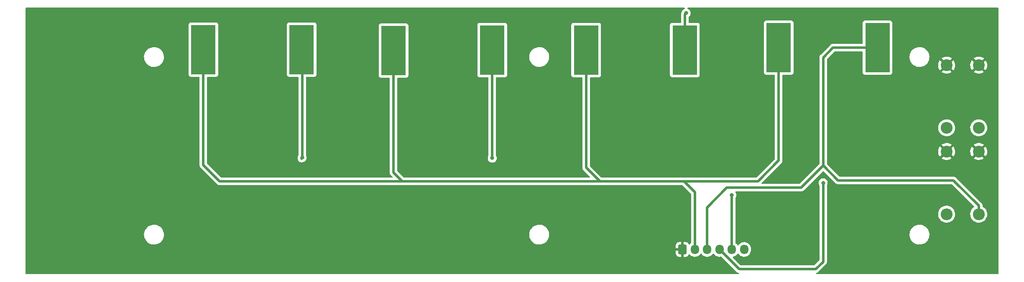
<source format=gbr>
%TF.GenerationSoftware,KiCad,Pcbnew,(6.0.4)*%
%TF.CreationDate,2022-08-01T15:43:08+02:00*%
%TF.ProjectId,MHS_Mobile_Hardware_Sampler_FSR_PCB,4d48535f-4d6f-4626-996c-655f48617264,rev?*%
%TF.SameCoordinates,Original*%
%TF.FileFunction,Copper,L1,Top*%
%TF.FilePolarity,Positive*%
%FSLAX46Y46*%
G04 Gerber Fmt 4.6, Leading zero omitted, Abs format (unit mm)*
G04 Created by KiCad (PCBNEW (6.0.4)) date 2022-08-01 15:43:08*
%MOMM*%
%LPD*%
G01*
G04 APERTURE LIST*
G04 Aperture macros list*
%AMRoundRect*
0 Rectangle with rounded corners*
0 $1 Rounding radius*
0 $2 $3 $4 $5 $6 $7 $8 $9 X,Y pos of 4 corners*
0 Add a 4 corners polygon primitive as box body*
4,1,4,$2,$3,$4,$5,$6,$7,$8,$9,$2,$3,0*
0 Add four circle primitives for the rounded corners*
1,1,$1+$1,$2,$3*
1,1,$1+$1,$4,$5*
1,1,$1+$1,$6,$7*
1,1,$1+$1,$8,$9*
0 Add four rect primitives between the rounded corners*
20,1,$1+$1,$2,$3,$4,$5,0*
20,1,$1+$1,$4,$5,$6,$7,0*
20,1,$1+$1,$6,$7,$8,$9,0*
20,1,$1+$1,$8,$9,$2,$3,0*%
G04 Aperture macros list end*
%TA.AperFunction,SMDPad,CuDef*%
%ADD10R,5.000000X10.000000*%
%TD*%
%TA.AperFunction,ComponentPad*%
%ADD11O,2.400000X2.400000*%
%TD*%
%TA.AperFunction,ComponentPad*%
%ADD12C,2.400000*%
%TD*%
%TA.AperFunction,ComponentPad*%
%ADD13O,1.700000X1.950000*%
%TD*%
%TA.AperFunction,ComponentPad*%
%ADD14RoundRect,0.250000X-0.600000X-0.725000X0.600000X-0.725000X0.600000X0.725000X-0.600000X0.725000X0*%
%TD*%
%TA.AperFunction,ViaPad*%
%ADD15C,0.800000*%
%TD*%
%TA.AperFunction,Conductor*%
%ADD16C,0.500000*%
%TD*%
G04 APERTURE END LIST*
D10*
%TO.P,H13,1,1*%
%TO.N,Net-(H13-Pad1)*%
X151000000Y-115600000D03*
%TD*%
%TO.P,H14,1,1*%
%TO.N,Net-(H14-Pad1)*%
X190000000Y-115100000D03*
%TD*%
%TO.P,H5V1,1,1*%
%TO.N,Net-(H5V1-Pad1)*%
X53500000Y-115500000D03*
%TD*%
D11*
%TO.P,R4,2*%
%TO.N,Net-(H14-Pad1)*%
X210500000Y-148850000D03*
D12*
%TO.P,R4,1*%
%TO.N,GND*%
X210500000Y-136150000D03*
%TD*%
D10*
%TO.P,H12,1,1*%
%TO.N,Net-(H12-Pad1)*%
X112000000Y-115600000D03*
%TD*%
%TO.P,H5V3,1,1*%
%TO.N,Net-(H5V1-Pad1)*%
X131000000Y-115600000D03*
%TD*%
%TO.P,H11,1,1*%
%TO.N,Net-(H11-Pad1)*%
X73400000Y-115500000D03*
%TD*%
D11*
%TO.P,R1,2*%
%TO.N,Net-(H13-Pad1)*%
X204000000Y-131350000D03*
D12*
%TO.P,R1,1*%
%TO.N,GND*%
X204000000Y-118650000D03*
%TD*%
D13*
%TO.P,J?3=FSR4;6=FSR1,6,6*%
%TO.N,Net-(H11-Pad1)*%
X163000000Y-156000000D03*
%TO.P,J?3=FSR4;6=FSR1,5,5*%
%TO.N,Net-(H12-Pad1)*%
X160500000Y-156000000D03*
%TO.P,J?3=FSR4;6=FSR1,4,4*%
%TO.N,Net-(H13-Pad1)*%
X158000000Y-156000000D03*
%TO.P,J?3=FSR4;6=FSR1,3,3*%
%TO.N,Net-(H14-Pad1)*%
X155500000Y-156000000D03*
%TO.P,J?3=FSR4;6=FSR1,2,2*%
%TO.N,Net-(H5V1-Pad1)*%
X153000000Y-156000000D03*
D14*
%TO.P,J?3=FSR4;6=FSR1,1,1*%
%TO.N,GND*%
X150500000Y-156000000D03*
%TD*%
D11*
%TO.P,R3,2*%
%TO.N,Net-(H12-Pad1)*%
X204000000Y-148850000D03*
D12*
%TO.P,R3,1*%
%TO.N,GND*%
X204000000Y-136150000D03*
%TD*%
D10*
%TO.P,H5V2,1,1*%
%TO.N,Net-(H5V1-Pad1)*%
X92000000Y-115700000D03*
%TD*%
D11*
%TO.P,R2,2*%
%TO.N,Net-(H11-Pad1)*%
X210500000Y-131350000D03*
D12*
%TO.P,R2,1*%
%TO.N,GND*%
X210500000Y-118650000D03*
%TD*%
D10*
%TO.P,H5V4,1,1*%
%TO.N,Net-(H5V1-Pad1)*%
X170000000Y-115100000D03*
%TD*%
D15*
%TO.N,GND*%
X150500000Y-149000000D03*
%TO.N,Net-(H11-Pad1)*%
X73500000Y-137400000D03*
%TO.N,Net-(H12-Pad1)*%
X160500000Y-145000000D03*
X112000000Y-137500000D03*
%TO.N,Net-(H13-Pad1)*%
X151250000Y-108100000D03*
X179000000Y-142500000D03*
%TD*%
D16*
%TO.N,GND*%
X150500000Y-156000000D02*
X150500000Y-149000000D01*
%TO.N,Net-(H11-Pad1)*%
X73500000Y-115600000D02*
X73500000Y-137400000D01*
X73500000Y-137500000D02*
X73400000Y-137600000D01*
%TO.N,Net-(H12-Pad1)*%
X112000000Y-115600000D02*
X112000000Y-137500000D01*
X160500000Y-145000000D02*
X160500000Y-156000000D01*
%TO.N,Net-(H14-Pad1)*%
X210500000Y-147110000D02*
X210500000Y-148850000D01*
X179000000Y-139000000D02*
X174500000Y-143500000D01*
X159500000Y-143500000D02*
X155500000Y-147500000D01*
X179000000Y-139000000D02*
X182000000Y-142000000D01*
X205390000Y-142000000D02*
X210500000Y-147110000D01*
X179000000Y-117100000D02*
X181000000Y-115100000D01*
X188500000Y-115100000D02*
X190000000Y-115100000D01*
X182000000Y-142000000D02*
X205390000Y-142000000D01*
X155500000Y-147500000D02*
X155500000Y-156000000D01*
X174500000Y-143500000D02*
X159500000Y-143500000D01*
X179000000Y-139000000D02*
X179000000Y-117100000D01*
X181000000Y-115100000D02*
X190000000Y-115100000D01*
%TO.N,Net-(H5V1-Pad1)*%
X53500000Y-115500000D02*
X53500000Y-138900000D01*
X131000000Y-139400000D02*
X133800000Y-142200000D01*
X53500000Y-138900000D02*
X56800000Y-142200000D01*
X92000000Y-115700000D02*
X92000000Y-140400000D01*
X165800000Y-142200000D02*
X150800000Y-142200000D01*
X92000000Y-140400000D02*
X93800000Y-142200000D01*
X153000000Y-144400000D02*
X150800000Y-142200000D01*
X170000000Y-115100000D02*
X170000000Y-138000000D01*
X56800000Y-142200000D02*
X93800000Y-142200000D01*
X170000000Y-115100000D02*
X168000000Y-115100000D01*
X153000000Y-156000000D02*
X153000000Y-144400000D01*
X93800000Y-142200000D02*
X150800000Y-142200000D01*
X170000000Y-138000000D02*
X165800000Y-142200000D01*
X131000000Y-115600000D02*
X131000000Y-139400000D01*
%TO.N,Net-(H13-Pad1)*%
X151250000Y-108100000D02*
X151000000Y-108350000D01*
X179000000Y-142500000D02*
X179000000Y-158500000D01*
X177500000Y-160000000D02*
X162000000Y-160000000D01*
X179000000Y-158500000D02*
X177500000Y-160000000D01*
X162000000Y-160000000D02*
X158000000Y-156000000D01*
X151000000Y-108350000D02*
X151000000Y-115600000D01*
%TD*%
%TA.AperFunction,Conductor*%
%TO.N,GND*%
G36*
X150943254Y-107028502D02*
G01*
X150989747Y-107082158D01*
X150999851Y-107152432D01*
X150970357Y-107217012D01*
X150926382Y-107249607D01*
X150799278Y-107306197D01*
X150799276Y-107306198D01*
X150793248Y-107308882D01*
X150638747Y-107421134D01*
X150510960Y-107563056D01*
X150415473Y-107728444D01*
X150356458Y-107910072D01*
X150355224Y-107921814D01*
X150344064Y-107961987D01*
X150319356Y-108014853D01*
X150317442Y-108018769D01*
X150284231Y-108083808D01*
X150282492Y-108090916D01*
X150280393Y-108096559D01*
X150278476Y-108102322D01*
X150275378Y-108108950D01*
X150273888Y-108116112D01*
X150273888Y-108116113D01*
X150260514Y-108180412D01*
X150259544Y-108184696D01*
X150242192Y-108255610D01*
X150241500Y-108266764D01*
X150241464Y-108266762D01*
X150241225Y-108270755D01*
X150240851Y-108274947D01*
X150239360Y-108282115D01*
X150239558Y-108289432D01*
X150241454Y-108359521D01*
X150241500Y-108362928D01*
X150241500Y-109965500D01*
X150221498Y-110033621D01*
X150167842Y-110080114D01*
X150115500Y-110091500D01*
X148451866Y-110091500D01*
X148389684Y-110098255D01*
X148253295Y-110149385D01*
X148136739Y-110236739D01*
X148049385Y-110353295D01*
X147998255Y-110489684D01*
X147991500Y-110551866D01*
X147991500Y-120648134D01*
X147998255Y-120710316D01*
X148049385Y-120846705D01*
X148136739Y-120963261D01*
X148253295Y-121050615D01*
X148389684Y-121101745D01*
X148451866Y-121108500D01*
X153548134Y-121108500D01*
X153610316Y-121101745D01*
X153746705Y-121050615D01*
X153863261Y-120963261D01*
X153950615Y-120846705D01*
X154001745Y-120710316D01*
X154008500Y-120648134D01*
X154008500Y-110551866D01*
X154001745Y-110489684D01*
X153950615Y-110353295D01*
X153863261Y-110236739D01*
X153746705Y-110149385D01*
X153610316Y-110098255D01*
X153548134Y-110091500D01*
X151884500Y-110091500D01*
X151816379Y-110071498D01*
X151769886Y-110017842D01*
X151758500Y-109965500D01*
X151758500Y-108917721D01*
X151778502Y-108849600D01*
X151810436Y-108815787D01*
X151861253Y-108778866D01*
X151989040Y-108636944D01*
X152084527Y-108471556D01*
X152143542Y-108289928D01*
X152155053Y-108180412D01*
X152162814Y-108106565D01*
X152163504Y-108100000D01*
X152143542Y-107910072D01*
X152084527Y-107728444D01*
X151989040Y-107563056D01*
X151861253Y-107421134D01*
X151706752Y-107308882D01*
X151700724Y-107306198D01*
X151700722Y-107306197D01*
X151573618Y-107249607D01*
X151519522Y-107203627D01*
X151498873Y-107135700D01*
X151518225Y-107067391D01*
X151571436Y-107020390D01*
X151624867Y-107008500D01*
X214365500Y-107008500D01*
X214433621Y-107028502D01*
X214480114Y-107082158D01*
X214491500Y-107134500D01*
X214491500Y-160865500D01*
X214471498Y-160933621D01*
X214417842Y-160980114D01*
X214365500Y-160991500D01*
X177702263Y-160991500D01*
X177634142Y-160971498D01*
X177587649Y-160917842D01*
X177577545Y-160847568D01*
X177607039Y-160782988D01*
X177672085Y-160743601D01*
X177675681Y-160743182D01*
X177683189Y-160740457D01*
X177693833Y-160736593D01*
X177744327Y-160718265D01*
X177748455Y-160716848D01*
X177810936Y-160696607D01*
X177810938Y-160696606D01*
X177817899Y-160694351D01*
X177824154Y-160690555D01*
X177829628Y-160688049D01*
X177835058Y-160685330D01*
X177841937Y-160682833D01*
X177848058Y-160678820D01*
X177902976Y-160642814D01*
X177906680Y-160640477D01*
X177969107Y-160602595D01*
X177977484Y-160595197D01*
X177977508Y-160595224D01*
X177980500Y-160592571D01*
X177983733Y-160589868D01*
X177989852Y-160585856D01*
X178043128Y-160529617D01*
X178045506Y-160527175D01*
X179488911Y-159083770D01*
X179503323Y-159071384D01*
X179514918Y-159062851D01*
X179514923Y-159062846D01*
X179520818Y-159058508D01*
X179525557Y-159052930D01*
X179525560Y-159052927D01*
X179555035Y-159018232D01*
X179561965Y-159010716D01*
X179567660Y-159005021D01*
X179585281Y-158982749D01*
X179588072Y-158979345D01*
X179630591Y-158929297D01*
X179630592Y-158929295D01*
X179635333Y-158923715D01*
X179638661Y-158917199D01*
X179642028Y-158912150D01*
X179645195Y-158907021D01*
X179649734Y-158901284D01*
X179680655Y-158835125D01*
X179682561Y-158831225D01*
X179715769Y-158766192D01*
X179717508Y-158759084D01*
X179719607Y-158753441D01*
X179721524Y-158747678D01*
X179724622Y-158741050D01*
X179739487Y-158669583D01*
X179740457Y-158665299D01*
X179756473Y-158599845D01*
X179757808Y-158594390D01*
X179758500Y-158583236D01*
X179758536Y-158583238D01*
X179758775Y-158579245D01*
X179759149Y-158575053D01*
X179760640Y-158567885D01*
X179758546Y-158490479D01*
X179758500Y-158487072D01*
X179758500Y-152929733D01*
X196487822Y-152929733D01*
X196497625Y-153210458D01*
X196498387Y-153214781D01*
X196498388Y-153214788D01*
X196522164Y-153349624D01*
X196546402Y-153487087D01*
X196633203Y-153754235D01*
X196756340Y-154006702D01*
X196758795Y-154010341D01*
X196758798Y-154010347D01*
X196831890Y-154118710D01*
X196913415Y-154239576D01*
X197101371Y-154448322D01*
X197316550Y-154628879D01*
X197554764Y-154777731D01*
X197811375Y-154891982D01*
X197815603Y-154893194D01*
X197815602Y-154893194D01*
X198050429Y-154960529D01*
X198081390Y-154969407D01*
X198085740Y-154970018D01*
X198085743Y-154970019D01*
X198188690Y-154984487D01*
X198359552Y-155008500D01*
X198570146Y-155008500D01*
X198572332Y-155008347D01*
X198572336Y-155008347D01*
X198775827Y-154994118D01*
X198775832Y-154994117D01*
X198780212Y-154993811D01*
X199054970Y-154935409D01*
X199059099Y-154933906D01*
X199059103Y-154933905D01*
X199314781Y-154840846D01*
X199314785Y-154840844D01*
X199318926Y-154839337D01*
X199566942Y-154707464D01*
X199570503Y-154704877D01*
X199790629Y-154544947D01*
X199790632Y-154544944D01*
X199794192Y-154542358D01*
X199801692Y-154535116D01*
X199993087Y-154350287D01*
X199996252Y-154347231D01*
X200169188Y-154125882D01*
X200171384Y-154122078D01*
X200171389Y-154122071D01*
X200307435Y-153886431D01*
X200309636Y-153882619D01*
X200414862Y-153622176D01*
X200448544Y-153487087D01*
X200481753Y-153353893D01*
X200481754Y-153353888D01*
X200482817Y-153349624D01*
X200512178Y-153070267D01*
X200502375Y-152789542D01*
X200478608Y-152654749D01*
X200454360Y-152517236D01*
X200453598Y-152512913D01*
X200366797Y-152245765D01*
X200243660Y-151993298D01*
X200241205Y-151989659D01*
X200241202Y-151989653D01*
X200160935Y-151870653D01*
X200086585Y-151760424D01*
X199898629Y-151551678D01*
X199683450Y-151371121D01*
X199445236Y-151222269D01*
X199188625Y-151108018D01*
X198918610Y-151030593D01*
X198914260Y-151029982D01*
X198914257Y-151029981D01*
X198811310Y-151015513D01*
X198640448Y-150991500D01*
X198429854Y-150991500D01*
X198427668Y-150991653D01*
X198427664Y-150991653D01*
X198224173Y-151005882D01*
X198224168Y-151005883D01*
X198219788Y-151006189D01*
X197945030Y-151064591D01*
X197940901Y-151066094D01*
X197940897Y-151066095D01*
X197685219Y-151159154D01*
X197685215Y-151159156D01*
X197681074Y-151160663D01*
X197433058Y-151292536D01*
X197429499Y-151295122D01*
X197429497Y-151295123D01*
X197324895Y-151371121D01*
X197205808Y-151457642D01*
X197003748Y-151652769D01*
X196830812Y-151874118D01*
X196828616Y-151877922D01*
X196828611Y-151877929D01*
X196714794Y-152075067D01*
X196690364Y-152117381D01*
X196585138Y-152377824D01*
X196584073Y-152382097D01*
X196584072Y-152382099D01*
X196550379Y-152517236D01*
X196517183Y-152650376D01*
X196487822Y-152929733D01*
X179758500Y-152929733D01*
X179758500Y-148805151D01*
X202287296Y-148805151D01*
X202299480Y-149058798D01*
X202349021Y-149307857D01*
X202350600Y-149312255D01*
X202350602Y-149312262D01*
X202395022Y-149435980D01*
X202434831Y-149546858D01*
X202555025Y-149770551D01*
X202557820Y-149774294D01*
X202557822Y-149774297D01*
X202704171Y-149970282D01*
X202704176Y-149970288D01*
X202706963Y-149974020D01*
X202710272Y-149977300D01*
X202710277Y-149977306D01*
X202808859Y-150075031D01*
X202887307Y-150152797D01*
X202891069Y-150155555D01*
X202891072Y-150155558D01*
X202996764Y-150233054D01*
X203092094Y-150302953D01*
X203096229Y-150305129D01*
X203096233Y-150305131D01*
X203214289Y-150367243D01*
X203316827Y-150421191D01*
X203556568Y-150504912D01*
X203806050Y-150552278D01*
X203926532Y-150557011D01*
X204055125Y-150562064D01*
X204055130Y-150562064D01*
X204059793Y-150562247D01*
X204158774Y-150551407D01*
X204307569Y-150535112D01*
X204307575Y-150535111D01*
X204312222Y-150534602D01*
X204421680Y-150505784D01*
X204553273Y-150471138D01*
X204557793Y-150469948D01*
X204676353Y-150419011D01*
X204786807Y-150371557D01*
X204786810Y-150371555D01*
X204791110Y-150369708D01*
X204795090Y-150367245D01*
X204795094Y-150367243D01*
X205003064Y-150238547D01*
X205003066Y-150238545D01*
X205007047Y-150236082D01*
X205105428Y-150152797D01*
X205197289Y-150075031D01*
X205197291Y-150075029D01*
X205200862Y-150072006D01*
X205368295Y-149881084D01*
X205505669Y-149667512D01*
X205609967Y-149435980D01*
X205678896Y-149191575D01*
X205710943Y-148939667D01*
X205713291Y-148850000D01*
X205694472Y-148596759D01*
X205638428Y-148349082D01*
X205546391Y-148112409D01*
X205525866Y-148076498D01*
X205422702Y-147895997D01*
X205422700Y-147895995D01*
X205420383Y-147891940D01*
X205263171Y-147692517D01*
X205078209Y-147518523D01*
X204964200Y-147439432D01*
X204873393Y-147376437D01*
X204873390Y-147376435D01*
X204869561Y-147373779D01*
X204865384Y-147371719D01*
X204865377Y-147371715D01*
X204645996Y-147263528D01*
X204645992Y-147263527D01*
X204641810Y-147261464D01*
X204399960Y-147184047D01*
X204357113Y-147177069D01*
X204153935Y-147143980D01*
X204153934Y-147143980D01*
X204149323Y-147143229D01*
X204022365Y-147141567D01*
X203900083Y-147139966D01*
X203900080Y-147139966D01*
X203895406Y-147139905D01*
X203643787Y-147174149D01*
X203639301Y-147175457D01*
X203639299Y-147175457D01*
X203612401Y-147183297D01*
X203399993Y-147245208D01*
X203395740Y-147247168D01*
X203395739Y-147247169D01*
X203347460Y-147269426D01*
X203169380Y-147351522D01*
X203165471Y-147354085D01*
X202960928Y-147488189D01*
X202960923Y-147488193D01*
X202957015Y-147490755D01*
X202767562Y-147659848D01*
X202605183Y-147855087D01*
X202473447Y-148072182D01*
X202375246Y-148306365D01*
X202312738Y-148552490D01*
X202287296Y-148805151D01*
X179758500Y-148805151D01*
X179758500Y-143036999D01*
X179775381Y-142973999D01*
X179783094Y-142960641D01*
X179807162Y-142918953D01*
X179831223Y-142877279D01*
X179831224Y-142877278D01*
X179834527Y-142871556D01*
X179893542Y-142689928D01*
X179894317Y-142682561D01*
X179912814Y-142506565D01*
X179913504Y-142500000D01*
X179893542Y-142310072D01*
X179834527Y-142128444D01*
X179739040Y-141963056D01*
X179611253Y-141821134D01*
X179456752Y-141708882D01*
X179450724Y-141706198D01*
X179450722Y-141706197D01*
X179288319Y-141633891D01*
X179288318Y-141633891D01*
X179282288Y-141631206D01*
X179188887Y-141611353D01*
X179101944Y-141592872D01*
X179101939Y-141592872D01*
X179095487Y-141591500D01*
X178904513Y-141591500D01*
X178898061Y-141592872D01*
X178898056Y-141592872D01*
X178811113Y-141611353D01*
X178717712Y-141631206D01*
X178711682Y-141633891D01*
X178711681Y-141633891D01*
X178549278Y-141706197D01*
X178549276Y-141706198D01*
X178543248Y-141708882D01*
X178388747Y-141821134D01*
X178260960Y-141963056D01*
X178165473Y-142128444D01*
X178106458Y-142310072D01*
X178086496Y-142500000D01*
X178087186Y-142506565D01*
X178105684Y-142682561D01*
X178106458Y-142689928D01*
X178165473Y-142871556D01*
X178168776Y-142877278D01*
X178168777Y-142877279D01*
X178192838Y-142918953D01*
X178216907Y-142960641D01*
X178224619Y-142973999D01*
X178241500Y-143036999D01*
X178241500Y-158133629D01*
X178221498Y-158201750D01*
X178204595Y-158222724D01*
X177222724Y-159204595D01*
X177160412Y-159238621D01*
X177133629Y-159241500D01*
X162366371Y-159241500D01*
X162298250Y-159221498D01*
X162277276Y-159204595D01*
X160735521Y-157662840D01*
X160701495Y-157600528D01*
X160706560Y-157529713D01*
X160749107Y-157472877D01*
X160798742Y-157450430D01*
X160822662Y-157445412D01*
X160886570Y-157432003D01*
X160886576Y-157432001D01*
X160891791Y-157430907D01*
X160896750Y-157428949D01*
X160896752Y-157428948D01*
X161101256Y-157348185D01*
X161101258Y-157348184D01*
X161106221Y-157346224D01*
X161205184Y-157286172D01*
X161298757Y-157229390D01*
X161298756Y-157229390D01*
X161303317Y-157226623D01*
X161343497Y-157191757D01*
X161473412Y-157079023D01*
X161473414Y-157079021D01*
X161477445Y-157075523D01*
X161544807Y-156993369D01*
X161620240Y-156901373D01*
X161620244Y-156901367D01*
X161623624Y-156897245D01*
X161641552Y-156865750D01*
X161692632Y-156816445D01*
X161762262Y-156802583D01*
X161828333Y-156828566D01*
X161855573Y-156857716D01*
X161937441Y-156979319D01*
X161941120Y-156983176D01*
X161941122Y-156983178D01*
X161997030Y-157041784D01*
X162096576Y-157146135D01*
X162281542Y-157283754D01*
X162286293Y-157286170D01*
X162286297Y-157286172D01*
X162348704Y-157317901D01*
X162487051Y-157388240D01*
X162492145Y-157389822D01*
X162492148Y-157389823D01*
X162687334Y-157450430D01*
X162707227Y-157456607D01*
X162712516Y-157457308D01*
X162930489Y-157486198D01*
X162930494Y-157486198D01*
X162935774Y-157486898D01*
X162941103Y-157486698D01*
X162941105Y-157486698D01*
X163055108Y-157482418D01*
X163166158Y-157478249D01*
X163171468Y-157477135D01*
X163386572Y-157432002D01*
X163391791Y-157430907D01*
X163396750Y-157428949D01*
X163396752Y-157428948D01*
X163601256Y-157348185D01*
X163601258Y-157348184D01*
X163606221Y-157346224D01*
X163705184Y-157286172D01*
X163798757Y-157229390D01*
X163798756Y-157229390D01*
X163803317Y-157226623D01*
X163843497Y-157191757D01*
X163973412Y-157079023D01*
X163973414Y-157079021D01*
X163977445Y-157075523D01*
X164044807Y-156993369D01*
X164120240Y-156901373D01*
X164120244Y-156901367D01*
X164123624Y-156897245D01*
X164129115Y-156887600D01*
X164235032Y-156701529D01*
X164237675Y-156696886D01*
X164316337Y-156480175D01*
X164339023Y-156354720D01*
X164356623Y-156257392D01*
X164356624Y-156257385D01*
X164357361Y-156253308D01*
X164358500Y-156229156D01*
X164358500Y-155817110D01*
X164343920Y-155645280D01*
X164342582Y-155640125D01*
X164342581Y-155640119D01*
X164287343Y-155427297D01*
X164287342Y-155427293D01*
X164286001Y-155422128D01*
X164191312Y-155211925D01*
X164062559Y-155020681D01*
X163903424Y-154853865D01*
X163718458Y-154716246D01*
X163713707Y-154713830D01*
X163713703Y-154713828D01*
X163551206Y-154631211D01*
X163512949Y-154611760D01*
X163507855Y-154610178D01*
X163507852Y-154610177D01*
X163297871Y-154544976D01*
X163292773Y-154543393D01*
X163284964Y-154542358D01*
X163069511Y-154513802D01*
X163069506Y-154513802D01*
X163064226Y-154513102D01*
X163058897Y-154513302D01*
X163058895Y-154513302D01*
X162960368Y-154517001D01*
X162833842Y-154521751D01*
X162828623Y-154522846D01*
X162808849Y-154526995D01*
X162608209Y-154569093D01*
X162603250Y-154571051D01*
X162603248Y-154571052D01*
X162398744Y-154651815D01*
X162398742Y-154651816D01*
X162393779Y-154653776D01*
X162389220Y-154656543D01*
X162389217Y-154656544D01*
X162290832Y-154716246D01*
X162196683Y-154773377D01*
X162192653Y-154776874D01*
X162058606Y-154893194D01*
X162022555Y-154924477D01*
X162019168Y-154928608D01*
X161879760Y-155098627D01*
X161879756Y-155098633D01*
X161876376Y-155102755D01*
X161858448Y-155134250D01*
X161807368Y-155183555D01*
X161737738Y-155197417D01*
X161671667Y-155171434D01*
X161644427Y-155142284D01*
X161565539Y-155025108D01*
X161562559Y-155020681D01*
X161403424Y-154853865D01*
X161309287Y-154783824D01*
X161266574Y-154727115D01*
X161258500Y-154682736D01*
X161258500Y-145536999D01*
X161275381Y-145473999D01*
X161331223Y-145377279D01*
X161331224Y-145377278D01*
X161334527Y-145371556D01*
X161393542Y-145189928D01*
X161413504Y-145000000D01*
X161393542Y-144810072D01*
X161334527Y-144628444D01*
X161239040Y-144463056D01*
X161234874Y-144458429D01*
X161211062Y-144391693D01*
X161227143Y-144322541D01*
X161278057Y-144273061D01*
X161336857Y-144258500D01*
X174432930Y-144258500D01*
X174451880Y-144259933D01*
X174466115Y-144262099D01*
X174466119Y-144262099D01*
X174473349Y-144263199D01*
X174480641Y-144262606D01*
X174480644Y-144262606D01*
X174526018Y-144258915D01*
X174536233Y-144258500D01*
X174544293Y-144258500D01*
X174557583Y-144256951D01*
X174572507Y-144255211D01*
X174576882Y-144254778D01*
X174642339Y-144249454D01*
X174642342Y-144249453D01*
X174649637Y-144248860D01*
X174656601Y-144246604D01*
X174662560Y-144245413D01*
X174668415Y-144244029D01*
X174675681Y-144243182D01*
X174744327Y-144218265D01*
X174748455Y-144216848D01*
X174810936Y-144196607D01*
X174810938Y-144196606D01*
X174817899Y-144194351D01*
X174824154Y-144190555D01*
X174829628Y-144188049D01*
X174835058Y-144185330D01*
X174841937Y-144182833D01*
X174886471Y-144153635D01*
X174902976Y-144142814D01*
X174906680Y-144140477D01*
X174969107Y-144102595D01*
X174977484Y-144095197D01*
X174977508Y-144095224D01*
X174980500Y-144092571D01*
X174983733Y-144089868D01*
X174989852Y-144085856D01*
X175043128Y-144029617D01*
X175045506Y-144027175D01*
X178910905Y-140161776D01*
X178973217Y-140127750D01*
X179044032Y-140132815D01*
X179089095Y-140161776D01*
X181416230Y-142488911D01*
X181428616Y-142503323D01*
X181437149Y-142514918D01*
X181437154Y-142514923D01*
X181441492Y-142520818D01*
X181447070Y-142525557D01*
X181447073Y-142525560D01*
X181481768Y-142555035D01*
X181489284Y-142561965D01*
X181494980Y-142567661D01*
X181497841Y-142569924D01*
X181497846Y-142569929D01*
X181517266Y-142585293D01*
X181520667Y-142588082D01*
X181576285Y-142635333D01*
X181582798Y-142638659D01*
X181587837Y-142642020D01*
X181592979Y-142645196D01*
X181598716Y-142649734D01*
X181664875Y-142680655D01*
X181668769Y-142682558D01*
X181733808Y-142715769D01*
X181740917Y-142717508D01*
X181746551Y-142719604D01*
X181752321Y-142721523D01*
X181758950Y-142724622D01*
X181766113Y-142726112D01*
X181766116Y-142726113D01*
X181816830Y-142736661D01*
X181830435Y-142739491D01*
X181834701Y-142740457D01*
X181905610Y-142757808D01*
X181911212Y-142758156D01*
X181911215Y-142758156D01*
X181916764Y-142758500D01*
X181916762Y-142758535D01*
X181920734Y-142758775D01*
X181924955Y-142759152D01*
X181932115Y-142760641D01*
X182009542Y-142758546D01*
X182012950Y-142758500D01*
X205023629Y-142758500D01*
X205091750Y-142778502D01*
X205112724Y-142795405D01*
X209559520Y-147242201D01*
X209593546Y-147304513D01*
X209588481Y-147375328D01*
X209545934Y-147432164D01*
X209539515Y-147436665D01*
X209457015Y-147490755D01*
X209267562Y-147659848D01*
X209105183Y-147855087D01*
X208973447Y-148072182D01*
X208875246Y-148306365D01*
X208812738Y-148552490D01*
X208787296Y-148805151D01*
X208799480Y-149058798D01*
X208849021Y-149307857D01*
X208850600Y-149312255D01*
X208850602Y-149312262D01*
X208895022Y-149435980D01*
X208934831Y-149546858D01*
X209055025Y-149770551D01*
X209057820Y-149774294D01*
X209057822Y-149774297D01*
X209204171Y-149970282D01*
X209204176Y-149970288D01*
X209206963Y-149974020D01*
X209210272Y-149977300D01*
X209210277Y-149977306D01*
X209308859Y-150075031D01*
X209387307Y-150152797D01*
X209391069Y-150155555D01*
X209391072Y-150155558D01*
X209496764Y-150233054D01*
X209592094Y-150302953D01*
X209596229Y-150305129D01*
X209596233Y-150305131D01*
X209714289Y-150367243D01*
X209816827Y-150421191D01*
X210056568Y-150504912D01*
X210306050Y-150552278D01*
X210426532Y-150557011D01*
X210555125Y-150562064D01*
X210555130Y-150562064D01*
X210559793Y-150562247D01*
X210658774Y-150551407D01*
X210807569Y-150535112D01*
X210807575Y-150535111D01*
X210812222Y-150534602D01*
X210921680Y-150505784D01*
X211053273Y-150471138D01*
X211057793Y-150469948D01*
X211176353Y-150419011D01*
X211286807Y-150371557D01*
X211286810Y-150371555D01*
X211291110Y-150369708D01*
X211295090Y-150367245D01*
X211295094Y-150367243D01*
X211503064Y-150238547D01*
X211503066Y-150238545D01*
X211507047Y-150236082D01*
X211605428Y-150152797D01*
X211697289Y-150075031D01*
X211697291Y-150075029D01*
X211700862Y-150072006D01*
X211868295Y-149881084D01*
X212005669Y-149667512D01*
X212109967Y-149435980D01*
X212178896Y-149191575D01*
X212210943Y-148939667D01*
X212213291Y-148850000D01*
X212194472Y-148596759D01*
X212138428Y-148349082D01*
X212046391Y-148112409D01*
X212025866Y-148076498D01*
X211922702Y-147895997D01*
X211922700Y-147895995D01*
X211920383Y-147891940D01*
X211763171Y-147692517D01*
X211578209Y-147518523D01*
X211464200Y-147439432D01*
X211373393Y-147376437D01*
X211373390Y-147376435D01*
X211369561Y-147373779D01*
X211365376Y-147371715D01*
X211365371Y-147371712D01*
X211328770Y-147353662D01*
X211276522Y-147305593D01*
X211258500Y-147240657D01*
X211258500Y-147177069D01*
X211259933Y-147158118D01*
X211262099Y-147143883D01*
X211262099Y-147143881D01*
X211263199Y-147136651D01*
X211260114Y-147098716D01*
X211258915Y-147083982D01*
X211258500Y-147073767D01*
X211258500Y-147065707D01*
X211255211Y-147037493D01*
X211254778Y-147033118D01*
X211249454Y-146967661D01*
X211249453Y-146967658D01*
X211248860Y-146960363D01*
X211246604Y-146953399D01*
X211245413Y-146947440D01*
X211244029Y-146941585D01*
X211243182Y-146934319D01*
X211218265Y-146865673D01*
X211216848Y-146861545D01*
X211196607Y-146799064D01*
X211196606Y-146799062D01*
X211194351Y-146792101D01*
X211190555Y-146785846D01*
X211188049Y-146780372D01*
X211185330Y-146774942D01*
X211182833Y-146768063D01*
X211142809Y-146707016D01*
X211140472Y-146703312D01*
X211105509Y-146645693D01*
X211105505Y-146645688D01*
X211102595Y-146640892D01*
X211095197Y-146632516D01*
X211095223Y-146632493D01*
X211092574Y-146629503D01*
X211089866Y-146626264D01*
X211085856Y-146620148D01*
X211080549Y-146615121D01*
X211080546Y-146615117D01*
X211029617Y-146566872D01*
X211027175Y-146564494D01*
X205973770Y-141511089D01*
X205961384Y-141496677D01*
X205952851Y-141485082D01*
X205952846Y-141485077D01*
X205948508Y-141479182D01*
X205942930Y-141474443D01*
X205942927Y-141474440D01*
X205908232Y-141444965D01*
X205900716Y-141438035D01*
X205895021Y-141432340D01*
X205874833Y-141416368D01*
X205872749Y-141414719D01*
X205869345Y-141411928D01*
X205819297Y-141369409D01*
X205819295Y-141369408D01*
X205813715Y-141364667D01*
X205807199Y-141361339D01*
X205802150Y-141357972D01*
X205797021Y-141354805D01*
X205791284Y-141350266D01*
X205725125Y-141319345D01*
X205721225Y-141317439D01*
X205656192Y-141284231D01*
X205649084Y-141282492D01*
X205643441Y-141280393D01*
X205637678Y-141278476D01*
X205631050Y-141275378D01*
X205559583Y-141260513D01*
X205555299Y-141259543D01*
X205484390Y-141242192D01*
X205478788Y-141241844D01*
X205478785Y-141241844D01*
X205473236Y-141241500D01*
X205473238Y-141241464D01*
X205469245Y-141241225D01*
X205465053Y-141240851D01*
X205457885Y-141239360D01*
X205391675Y-141241151D01*
X205380479Y-141241454D01*
X205377072Y-141241500D01*
X182366371Y-141241500D01*
X182298250Y-141221498D01*
X182277276Y-141204595D01*
X179795405Y-138722724D01*
X179761379Y-138660412D01*
X179758500Y-138633629D01*
X179758500Y-137523359D01*
X202991386Y-137523359D01*
X203000099Y-137534879D01*
X203088586Y-137599760D01*
X203096505Y-137604708D01*
X203312877Y-137718547D01*
X203321451Y-137722275D01*
X203552282Y-137802885D01*
X203561291Y-137805299D01*
X203801518Y-137850908D01*
X203810775Y-137851962D01*
X204055107Y-137861563D01*
X204064420Y-137861237D01*
X204307478Y-137834618D01*
X204316655Y-137832917D01*
X204553107Y-137770665D01*
X204561926Y-137767628D01*
X204786584Y-137671107D01*
X204794856Y-137666800D01*
X205002777Y-137538135D01*
X205004620Y-137536796D01*
X205012038Y-137525541D01*
X205010760Y-137523359D01*
X209491386Y-137523359D01*
X209500099Y-137534879D01*
X209588586Y-137599760D01*
X209596505Y-137604708D01*
X209812877Y-137718547D01*
X209821451Y-137722275D01*
X210052282Y-137802885D01*
X210061291Y-137805299D01*
X210301518Y-137850908D01*
X210310775Y-137851962D01*
X210555107Y-137861563D01*
X210564420Y-137861237D01*
X210807478Y-137834618D01*
X210816655Y-137832917D01*
X211053107Y-137770665D01*
X211061926Y-137767628D01*
X211286584Y-137671107D01*
X211294856Y-137666800D01*
X211502777Y-137538135D01*
X211504620Y-137536796D01*
X211512038Y-137525541D01*
X211505974Y-137515184D01*
X210512812Y-136522022D01*
X210498868Y-136514408D01*
X210497035Y-136514539D01*
X210490420Y-136518790D01*
X209498044Y-137511166D01*
X209491386Y-137523359D01*
X205010760Y-137523359D01*
X205005974Y-137515184D01*
X204012812Y-136522022D01*
X203998868Y-136514408D01*
X203997035Y-136514539D01*
X203990420Y-136518790D01*
X202998044Y-137511166D01*
X202991386Y-137523359D01*
X179758500Y-137523359D01*
X179758500Y-136109835D01*
X202288022Y-136109835D01*
X202299754Y-136354064D01*
X202300891Y-136363324D01*
X202348593Y-136603143D01*
X202351082Y-136612118D01*
X202433708Y-136842250D01*
X202437505Y-136850778D01*
X202553234Y-137066160D01*
X202558245Y-137074027D01*
X202615173Y-137150263D01*
X202626431Y-137158712D01*
X202638850Y-137151940D01*
X203627978Y-136162812D01*
X203634356Y-136151132D01*
X204364408Y-136151132D01*
X204364539Y-136152965D01*
X204368790Y-136159580D01*
X205363732Y-137154522D01*
X205376112Y-137161282D01*
X205384453Y-137155038D01*
X205502700Y-136971202D01*
X205507147Y-136963011D01*
X205607572Y-136740076D01*
X205610767Y-136731298D01*
X205677135Y-136495973D01*
X205678993Y-136486844D01*
X205710044Y-136242770D01*
X205710525Y-136236483D01*
X205712706Y-136153160D01*
X205712555Y-136146851D01*
X205709804Y-136109835D01*
X208788022Y-136109835D01*
X208799754Y-136354064D01*
X208800891Y-136363324D01*
X208848593Y-136603143D01*
X208851082Y-136612118D01*
X208933708Y-136842250D01*
X208937505Y-136850778D01*
X209053234Y-137066160D01*
X209058245Y-137074027D01*
X209115173Y-137150263D01*
X209126431Y-137158712D01*
X209138850Y-137151940D01*
X210127978Y-136162812D01*
X210134356Y-136151132D01*
X210864408Y-136151132D01*
X210864539Y-136152965D01*
X210868790Y-136159580D01*
X211863732Y-137154522D01*
X211876112Y-137161282D01*
X211884453Y-137155038D01*
X212002700Y-136971202D01*
X212007147Y-136963011D01*
X212107572Y-136740076D01*
X212110767Y-136731298D01*
X212177135Y-136495973D01*
X212178993Y-136486844D01*
X212210044Y-136242770D01*
X212210525Y-136236483D01*
X212212706Y-136153160D01*
X212212555Y-136146851D01*
X212194321Y-135901486D01*
X212192944Y-135892280D01*
X212138979Y-135653786D01*
X212136255Y-135644875D01*
X212047633Y-135416983D01*
X212043619Y-135408567D01*
X211922284Y-135196276D01*
X211917074Y-135188553D01*
X211885787Y-135148865D01*
X211873863Y-135140395D01*
X211862328Y-135146882D01*
X210872022Y-136137188D01*
X210864408Y-136151132D01*
X210134356Y-136151132D01*
X210135592Y-136148868D01*
X210135461Y-136147035D01*
X210131210Y-136140420D01*
X209136828Y-135146038D01*
X209123520Y-135138771D01*
X209113481Y-135145893D01*
X209108581Y-135151784D01*
X209103168Y-135159373D01*
X208976322Y-135368409D01*
X208972084Y-135376726D01*
X208877529Y-135602214D01*
X208874572Y-135611052D01*
X208814384Y-135848042D01*
X208812763Y-135857232D01*
X208788267Y-136100510D01*
X208788022Y-136109835D01*
X205709804Y-136109835D01*
X205694321Y-135901486D01*
X205692944Y-135892280D01*
X205638979Y-135653786D01*
X205636255Y-135644875D01*
X205547633Y-135416983D01*
X205543619Y-135408567D01*
X205422284Y-135196276D01*
X205417074Y-135188553D01*
X205385787Y-135148865D01*
X205373863Y-135140395D01*
X205362328Y-135146882D01*
X204372022Y-136137188D01*
X204364408Y-136151132D01*
X203634356Y-136151132D01*
X203635592Y-136148868D01*
X203635461Y-136147035D01*
X203631210Y-136140420D01*
X202636828Y-135146038D01*
X202623520Y-135138771D01*
X202613481Y-135145893D01*
X202608581Y-135151784D01*
X202603168Y-135159373D01*
X202476322Y-135368409D01*
X202472084Y-135376726D01*
X202377529Y-135602214D01*
X202374572Y-135611052D01*
X202314384Y-135848042D01*
X202312763Y-135857232D01*
X202288267Y-136100510D01*
X202288022Y-136109835D01*
X179758500Y-136109835D01*
X179758500Y-134774917D01*
X202989330Y-134774917D01*
X202993903Y-134784693D01*
X203987188Y-135777978D01*
X204001132Y-135785592D01*
X204002965Y-135785461D01*
X204009580Y-135781210D01*
X205002488Y-134788302D01*
X205008872Y-134776612D01*
X205007555Y-134774917D01*
X209489330Y-134774917D01*
X209493903Y-134784693D01*
X210487188Y-135777978D01*
X210501132Y-135785592D01*
X210502965Y-135785461D01*
X210509580Y-135781210D01*
X211502488Y-134788302D01*
X211508872Y-134776612D01*
X211499460Y-134764502D01*
X211373144Y-134676873D01*
X211365116Y-134672145D01*
X211145810Y-134563995D01*
X211137177Y-134560507D01*
X210904288Y-134485958D01*
X210895238Y-134483785D01*
X210653891Y-134444480D01*
X210644602Y-134443668D01*
X210400114Y-134440467D01*
X210390803Y-134441037D01*
X210148522Y-134474010D01*
X210139403Y-134475948D01*
X209904668Y-134544367D01*
X209895915Y-134547639D01*
X209673869Y-134650004D01*
X209665714Y-134654524D01*
X209498468Y-134764175D01*
X209489330Y-134774917D01*
X205007555Y-134774917D01*
X204999460Y-134764502D01*
X204873144Y-134676873D01*
X204865116Y-134672145D01*
X204645810Y-134563995D01*
X204637177Y-134560507D01*
X204404288Y-134485958D01*
X204395238Y-134483785D01*
X204153891Y-134444480D01*
X204144602Y-134443668D01*
X203900114Y-134440467D01*
X203890803Y-134441037D01*
X203648522Y-134474010D01*
X203639403Y-134475948D01*
X203404668Y-134544367D01*
X203395915Y-134547639D01*
X203173869Y-134650004D01*
X203165714Y-134654524D01*
X202998468Y-134764175D01*
X202989330Y-134774917D01*
X179758500Y-134774917D01*
X179758500Y-131305151D01*
X202287296Y-131305151D01*
X202299480Y-131558798D01*
X202349021Y-131807857D01*
X202350600Y-131812255D01*
X202350602Y-131812262D01*
X202395022Y-131935980D01*
X202434831Y-132046858D01*
X202555025Y-132270551D01*
X202557820Y-132274294D01*
X202557822Y-132274297D01*
X202704171Y-132470282D01*
X202704176Y-132470288D01*
X202706963Y-132474020D01*
X202710272Y-132477300D01*
X202710277Y-132477306D01*
X202808859Y-132575031D01*
X202887307Y-132652797D01*
X202891069Y-132655555D01*
X202891072Y-132655558D01*
X202996764Y-132733054D01*
X203092094Y-132802953D01*
X203096229Y-132805129D01*
X203096233Y-132805131D01*
X203214289Y-132867243D01*
X203316827Y-132921191D01*
X203556568Y-133004912D01*
X203806050Y-133052278D01*
X203926532Y-133057011D01*
X204055125Y-133062064D01*
X204055130Y-133062064D01*
X204059793Y-133062247D01*
X204158774Y-133051407D01*
X204307569Y-133035112D01*
X204307575Y-133035111D01*
X204312222Y-133034602D01*
X204421680Y-133005784D01*
X204553273Y-132971138D01*
X204557793Y-132969948D01*
X204676353Y-132919011D01*
X204786807Y-132871557D01*
X204786810Y-132871555D01*
X204791110Y-132869708D01*
X204795090Y-132867245D01*
X204795094Y-132867243D01*
X205003064Y-132738547D01*
X205003066Y-132738545D01*
X205007047Y-132736082D01*
X205105428Y-132652797D01*
X205197289Y-132575031D01*
X205197291Y-132575029D01*
X205200862Y-132572006D01*
X205368295Y-132381084D01*
X205505669Y-132167512D01*
X205609967Y-131935980D01*
X205678896Y-131691575D01*
X205710943Y-131439667D01*
X205713291Y-131350000D01*
X205709958Y-131305151D01*
X208787296Y-131305151D01*
X208799480Y-131558798D01*
X208849021Y-131807857D01*
X208850600Y-131812255D01*
X208850602Y-131812262D01*
X208895022Y-131935980D01*
X208934831Y-132046858D01*
X209055025Y-132270551D01*
X209057820Y-132274294D01*
X209057822Y-132274297D01*
X209204171Y-132470282D01*
X209204176Y-132470288D01*
X209206963Y-132474020D01*
X209210272Y-132477300D01*
X209210277Y-132477306D01*
X209308859Y-132575031D01*
X209387307Y-132652797D01*
X209391069Y-132655555D01*
X209391072Y-132655558D01*
X209496764Y-132733054D01*
X209592094Y-132802953D01*
X209596229Y-132805129D01*
X209596233Y-132805131D01*
X209714289Y-132867243D01*
X209816827Y-132921191D01*
X210056568Y-133004912D01*
X210306050Y-133052278D01*
X210426532Y-133057011D01*
X210555125Y-133062064D01*
X210555130Y-133062064D01*
X210559793Y-133062247D01*
X210658774Y-133051407D01*
X210807569Y-133035112D01*
X210807575Y-133035111D01*
X210812222Y-133034602D01*
X210921680Y-133005784D01*
X211053273Y-132971138D01*
X211057793Y-132969948D01*
X211176353Y-132919011D01*
X211286807Y-132871557D01*
X211286810Y-132871555D01*
X211291110Y-132869708D01*
X211295090Y-132867245D01*
X211295094Y-132867243D01*
X211503064Y-132738547D01*
X211503066Y-132738545D01*
X211507047Y-132736082D01*
X211605428Y-132652797D01*
X211697289Y-132575031D01*
X211697291Y-132575029D01*
X211700862Y-132572006D01*
X211868295Y-132381084D01*
X212005669Y-132167512D01*
X212109967Y-131935980D01*
X212178896Y-131691575D01*
X212210943Y-131439667D01*
X212213291Y-131350000D01*
X212194472Y-131096759D01*
X212138428Y-130849082D01*
X212046391Y-130612409D01*
X212025866Y-130576498D01*
X211922702Y-130395997D01*
X211922700Y-130395995D01*
X211920383Y-130391940D01*
X211763171Y-130192517D01*
X211578209Y-130018523D01*
X211534483Y-129988189D01*
X211373393Y-129876437D01*
X211373390Y-129876435D01*
X211369561Y-129873779D01*
X211365384Y-129871719D01*
X211365377Y-129871715D01*
X211145996Y-129763528D01*
X211145992Y-129763527D01*
X211141810Y-129761464D01*
X210899960Y-129684047D01*
X210895355Y-129683297D01*
X210653935Y-129643980D01*
X210653934Y-129643980D01*
X210649323Y-129643229D01*
X210522364Y-129641567D01*
X210400083Y-129639966D01*
X210400080Y-129639966D01*
X210395406Y-129639905D01*
X210143787Y-129674149D01*
X209899993Y-129745208D01*
X209669380Y-129851522D01*
X209665471Y-129854085D01*
X209460928Y-129988189D01*
X209460923Y-129988193D01*
X209457015Y-129990755D01*
X209267562Y-130159848D01*
X209105183Y-130355087D01*
X208973447Y-130572182D01*
X208875246Y-130806365D01*
X208812738Y-131052490D01*
X208787296Y-131305151D01*
X205709958Y-131305151D01*
X205694472Y-131096759D01*
X205638428Y-130849082D01*
X205546391Y-130612409D01*
X205525866Y-130576498D01*
X205422702Y-130395997D01*
X205422700Y-130395995D01*
X205420383Y-130391940D01*
X205263171Y-130192517D01*
X205078209Y-130018523D01*
X205034483Y-129988189D01*
X204873393Y-129876437D01*
X204873390Y-129876435D01*
X204869561Y-129873779D01*
X204865384Y-129871719D01*
X204865377Y-129871715D01*
X204645996Y-129763528D01*
X204645992Y-129763527D01*
X204641810Y-129761464D01*
X204399960Y-129684047D01*
X204395355Y-129683297D01*
X204153935Y-129643980D01*
X204153934Y-129643980D01*
X204149323Y-129643229D01*
X204022364Y-129641567D01*
X203900083Y-129639966D01*
X203900080Y-129639966D01*
X203895406Y-129639905D01*
X203643787Y-129674149D01*
X203399993Y-129745208D01*
X203169380Y-129851522D01*
X203165471Y-129854085D01*
X202960928Y-129988189D01*
X202960923Y-129988193D01*
X202957015Y-129990755D01*
X202767562Y-130159848D01*
X202605183Y-130355087D01*
X202473447Y-130572182D01*
X202375246Y-130806365D01*
X202312738Y-131052490D01*
X202287296Y-131305151D01*
X179758500Y-131305151D01*
X179758500Y-117466371D01*
X179778502Y-117398250D01*
X179795405Y-117377276D01*
X181277276Y-115895405D01*
X181339588Y-115861379D01*
X181366371Y-115858500D01*
X186865500Y-115858500D01*
X186933621Y-115878502D01*
X186980114Y-115932158D01*
X186991500Y-115984500D01*
X186991500Y-120148134D01*
X186998255Y-120210316D01*
X187049385Y-120346705D01*
X187136739Y-120463261D01*
X187253295Y-120550615D01*
X187389684Y-120601745D01*
X187451866Y-120608500D01*
X192548134Y-120608500D01*
X192610316Y-120601745D01*
X192746705Y-120550615D01*
X192863261Y-120463261D01*
X192950615Y-120346705D01*
X193001745Y-120210316D01*
X193008500Y-120148134D01*
X193008500Y-120023359D01*
X202991386Y-120023359D01*
X203000099Y-120034879D01*
X203088586Y-120099760D01*
X203096505Y-120104708D01*
X203312877Y-120218547D01*
X203321451Y-120222275D01*
X203552282Y-120302885D01*
X203561291Y-120305299D01*
X203801518Y-120350908D01*
X203810775Y-120351962D01*
X204055107Y-120361563D01*
X204064420Y-120361237D01*
X204307478Y-120334618D01*
X204316655Y-120332917D01*
X204553107Y-120270665D01*
X204561926Y-120267628D01*
X204786584Y-120171107D01*
X204794856Y-120166800D01*
X205002777Y-120038135D01*
X205004620Y-120036796D01*
X205012038Y-120025541D01*
X205010760Y-120023359D01*
X209491386Y-120023359D01*
X209500099Y-120034879D01*
X209588586Y-120099760D01*
X209596505Y-120104708D01*
X209812877Y-120218547D01*
X209821451Y-120222275D01*
X210052282Y-120302885D01*
X210061291Y-120305299D01*
X210301518Y-120350908D01*
X210310775Y-120351962D01*
X210555107Y-120361563D01*
X210564420Y-120361237D01*
X210807478Y-120334618D01*
X210816655Y-120332917D01*
X211053107Y-120270665D01*
X211061926Y-120267628D01*
X211286584Y-120171107D01*
X211294856Y-120166800D01*
X211502777Y-120038135D01*
X211504620Y-120036796D01*
X211512038Y-120025541D01*
X211505974Y-120015184D01*
X210512812Y-119022022D01*
X210498868Y-119014408D01*
X210497035Y-119014539D01*
X210490420Y-119018790D01*
X209498044Y-120011166D01*
X209491386Y-120023359D01*
X205010760Y-120023359D01*
X205005974Y-120015184D01*
X204012812Y-119022022D01*
X203998868Y-119014408D01*
X203997035Y-119014539D01*
X203990420Y-119018790D01*
X202998044Y-120011166D01*
X202991386Y-120023359D01*
X193008500Y-120023359D01*
X193008500Y-116929733D01*
X196487822Y-116929733D01*
X196487975Y-116934121D01*
X196487975Y-116934127D01*
X196495672Y-117154524D01*
X196497625Y-117210458D01*
X196498387Y-117214781D01*
X196498388Y-117214788D01*
X196522164Y-117349624D01*
X196546402Y-117487087D01*
X196633203Y-117754235D01*
X196756340Y-118006702D01*
X196758795Y-118010341D01*
X196758798Y-118010347D01*
X196820763Y-118102214D01*
X196913415Y-118239576D01*
X197101371Y-118448322D01*
X197316550Y-118628879D01*
X197554764Y-118777731D01*
X197811375Y-118891982D01*
X198081390Y-118969407D01*
X198085740Y-118970018D01*
X198085743Y-118970019D01*
X198188690Y-118984487D01*
X198359552Y-119008500D01*
X198570146Y-119008500D01*
X198572332Y-119008347D01*
X198572336Y-119008347D01*
X198775827Y-118994118D01*
X198775832Y-118994117D01*
X198780212Y-118993811D01*
X199054970Y-118935409D01*
X199059099Y-118933906D01*
X199059103Y-118933905D01*
X199314781Y-118840846D01*
X199314785Y-118840844D01*
X199318926Y-118839337D01*
X199566942Y-118707464D01*
X199570503Y-118704877D01*
X199701318Y-118609835D01*
X202288022Y-118609835D01*
X202299754Y-118854064D01*
X202300891Y-118863324D01*
X202348593Y-119103143D01*
X202351082Y-119112118D01*
X202433708Y-119342250D01*
X202437505Y-119350778D01*
X202553234Y-119566160D01*
X202558245Y-119574027D01*
X202615173Y-119650263D01*
X202626431Y-119658712D01*
X202638850Y-119651940D01*
X203627978Y-118662812D01*
X203634356Y-118651132D01*
X204364408Y-118651132D01*
X204364539Y-118652965D01*
X204368790Y-118659580D01*
X205363732Y-119654522D01*
X205376112Y-119661282D01*
X205384453Y-119655038D01*
X205502700Y-119471202D01*
X205507147Y-119463011D01*
X205607572Y-119240076D01*
X205610767Y-119231298D01*
X205677135Y-118995973D01*
X205678993Y-118986844D01*
X205710044Y-118742770D01*
X205710525Y-118736483D01*
X205712706Y-118653160D01*
X205712555Y-118646851D01*
X205709804Y-118609835D01*
X208788022Y-118609835D01*
X208799754Y-118854064D01*
X208800891Y-118863324D01*
X208848593Y-119103143D01*
X208851082Y-119112118D01*
X208933708Y-119342250D01*
X208937505Y-119350778D01*
X209053234Y-119566160D01*
X209058245Y-119574027D01*
X209115173Y-119650263D01*
X209126431Y-119658712D01*
X209138850Y-119651940D01*
X210127978Y-118662812D01*
X210134356Y-118651132D01*
X210864408Y-118651132D01*
X210864539Y-118652965D01*
X210868790Y-118659580D01*
X211863732Y-119654522D01*
X211876112Y-119661282D01*
X211884453Y-119655038D01*
X212002700Y-119471202D01*
X212007147Y-119463011D01*
X212107572Y-119240076D01*
X212110767Y-119231298D01*
X212177135Y-118995973D01*
X212178993Y-118986844D01*
X212210044Y-118742770D01*
X212210525Y-118736483D01*
X212212706Y-118653160D01*
X212212555Y-118646851D01*
X212194321Y-118401486D01*
X212192944Y-118392280D01*
X212138979Y-118153786D01*
X212136255Y-118144875D01*
X212047633Y-117916983D01*
X212043619Y-117908567D01*
X211922284Y-117696276D01*
X211917074Y-117688553D01*
X211885787Y-117648865D01*
X211873863Y-117640395D01*
X211862328Y-117646882D01*
X210872022Y-118637188D01*
X210864408Y-118651132D01*
X210134356Y-118651132D01*
X210135592Y-118648868D01*
X210135461Y-118647035D01*
X210131210Y-118640420D01*
X209136828Y-117646038D01*
X209123520Y-117638771D01*
X209113481Y-117645893D01*
X209108581Y-117651784D01*
X209103168Y-117659373D01*
X208976322Y-117868409D01*
X208972084Y-117876726D01*
X208877529Y-118102214D01*
X208874572Y-118111052D01*
X208814384Y-118348042D01*
X208812763Y-118357232D01*
X208788267Y-118600510D01*
X208788022Y-118609835D01*
X205709804Y-118609835D01*
X205694321Y-118401486D01*
X205692944Y-118392280D01*
X205638979Y-118153786D01*
X205636255Y-118144875D01*
X205547633Y-117916983D01*
X205543619Y-117908567D01*
X205422284Y-117696276D01*
X205417074Y-117688553D01*
X205385787Y-117648865D01*
X205373863Y-117640395D01*
X205362328Y-117646882D01*
X204372022Y-118637188D01*
X204364408Y-118651132D01*
X203634356Y-118651132D01*
X203635592Y-118648868D01*
X203635461Y-118647035D01*
X203631210Y-118640420D01*
X202636828Y-117646038D01*
X202623520Y-117638771D01*
X202613481Y-117645893D01*
X202608581Y-117651784D01*
X202603168Y-117659373D01*
X202476322Y-117868409D01*
X202472084Y-117876726D01*
X202377529Y-118102214D01*
X202374572Y-118111052D01*
X202314384Y-118348042D01*
X202312763Y-118357232D01*
X202288267Y-118600510D01*
X202288022Y-118609835D01*
X199701318Y-118609835D01*
X199790629Y-118544947D01*
X199790632Y-118544944D01*
X199794192Y-118542358D01*
X199996252Y-118347231D01*
X200169188Y-118125882D01*
X200171384Y-118122078D01*
X200171389Y-118122071D01*
X200307435Y-117886431D01*
X200309636Y-117882619D01*
X200414862Y-117622176D01*
X200448544Y-117487087D01*
X200481753Y-117353893D01*
X200481754Y-117353888D01*
X200482817Y-117349624D01*
X200489642Y-117284693D01*
X200490669Y-117274917D01*
X202989330Y-117274917D01*
X202993903Y-117284693D01*
X203987188Y-118277978D01*
X204001132Y-118285592D01*
X204002965Y-118285461D01*
X204009580Y-118281210D01*
X205002488Y-117288302D01*
X205008872Y-117276612D01*
X205007555Y-117274917D01*
X209489330Y-117274917D01*
X209493903Y-117284693D01*
X210487188Y-118277978D01*
X210501132Y-118285592D01*
X210502965Y-118285461D01*
X210509580Y-118281210D01*
X211502488Y-117288302D01*
X211508872Y-117276612D01*
X211499460Y-117264502D01*
X211373144Y-117176873D01*
X211365116Y-117172145D01*
X211145810Y-117063995D01*
X211137177Y-117060507D01*
X210904288Y-116985958D01*
X210895238Y-116983785D01*
X210653891Y-116944480D01*
X210644602Y-116943668D01*
X210400114Y-116940467D01*
X210390803Y-116941037D01*
X210148522Y-116974010D01*
X210139403Y-116975948D01*
X209904668Y-117044367D01*
X209895915Y-117047639D01*
X209673869Y-117150004D01*
X209665714Y-117154524D01*
X209498468Y-117264175D01*
X209489330Y-117274917D01*
X205007555Y-117274917D01*
X204999460Y-117264502D01*
X204873144Y-117176873D01*
X204865116Y-117172145D01*
X204645810Y-117063995D01*
X204637177Y-117060507D01*
X204404288Y-116985958D01*
X204395238Y-116983785D01*
X204153891Y-116944480D01*
X204144602Y-116943668D01*
X203900114Y-116940467D01*
X203890803Y-116941037D01*
X203648522Y-116974010D01*
X203639403Y-116975948D01*
X203404668Y-117044367D01*
X203395915Y-117047639D01*
X203173869Y-117150004D01*
X203165714Y-117154524D01*
X202998468Y-117264175D01*
X202989330Y-117274917D01*
X200490669Y-117274917D01*
X200511719Y-117074636D01*
X200511719Y-117074633D01*
X200512178Y-117070267D01*
X200511959Y-117063995D01*
X200502529Y-116793939D01*
X200502528Y-116793933D01*
X200502375Y-116789542D01*
X200498714Y-116768775D01*
X200454360Y-116517236D01*
X200453598Y-116512913D01*
X200366797Y-116245765D01*
X200243660Y-115993298D01*
X200241205Y-115989659D01*
X200241202Y-115989653D01*
X200152738Y-115858500D01*
X200086585Y-115760424D01*
X199898629Y-115551678D01*
X199683450Y-115371121D01*
X199445236Y-115222269D01*
X199188625Y-115108018D01*
X198918610Y-115030593D01*
X198914260Y-115029982D01*
X198914257Y-115029981D01*
X198811310Y-115015513D01*
X198640448Y-114991500D01*
X198429854Y-114991500D01*
X198427668Y-114991653D01*
X198427664Y-114991653D01*
X198224173Y-115005882D01*
X198224168Y-115005883D01*
X198219788Y-115006189D01*
X197945030Y-115064591D01*
X197940901Y-115066094D01*
X197940897Y-115066095D01*
X197685219Y-115159154D01*
X197685215Y-115159156D01*
X197681074Y-115160663D01*
X197433058Y-115292536D01*
X197429499Y-115295122D01*
X197429497Y-115295123D01*
X197324895Y-115371121D01*
X197205808Y-115457642D01*
X197003748Y-115652769D01*
X196830812Y-115874118D01*
X196828616Y-115877922D01*
X196828611Y-115877929D01*
X196714794Y-116075067D01*
X196690364Y-116117381D01*
X196585138Y-116377824D01*
X196584073Y-116382097D01*
X196584072Y-116382099D01*
X196533318Y-116585663D01*
X196517183Y-116650376D01*
X196516724Y-116654744D01*
X196516723Y-116654749D01*
X196488281Y-116925364D01*
X196487822Y-116929733D01*
X193008500Y-116929733D01*
X193008500Y-110051866D01*
X193001745Y-109989684D01*
X192950615Y-109853295D01*
X192863261Y-109736739D01*
X192746705Y-109649385D01*
X192610316Y-109598255D01*
X192548134Y-109591500D01*
X187451866Y-109591500D01*
X187389684Y-109598255D01*
X187253295Y-109649385D01*
X187136739Y-109736739D01*
X187049385Y-109853295D01*
X186998255Y-109989684D01*
X186991500Y-110051866D01*
X186991500Y-114215500D01*
X186971498Y-114283621D01*
X186917842Y-114330114D01*
X186865500Y-114341500D01*
X181067069Y-114341500D01*
X181048121Y-114340067D01*
X181040780Y-114338950D01*
X181033883Y-114337901D01*
X181033881Y-114337901D01*
X181026651Y-114336801D01*
X181019359Y-114337394D01*
X181019356Y-114337394D01*
X180973982Y-114341085D01*
X180963767Y-114341500D01*
X180955707Y-114341500D01*
X180942417Y-114343049D01*
X180927493Y-114344789D01*
X180923118Y-114345222D01*
X180857661Y-114350546D01*
X180857658Y-114350547D01*
X180850363Y-114351140D01*
X180843399Y-114353396D01*
X180837440Y-114354587D01*
X180831585Y-114355971D01*
X180824319Y-114356818D01*
X180755673Y-114381735D01*
X180751545Y-114383152D01*
X180689064Y-114403393D01*
X180689062Y-114403394D01*
X180682101Y-114405649D01*
X180675846Y-114409445D01*
X180670372Y-114411951D01*
X180664942Y-114414670D01*
X180658063Y-114417167D01*
X180651943Y-114421180D01*
X180651942Y-114421180D01*
X180597024Y-114457186D01*
X180593320Y-114459523D01*
X180530893Y-114497405D01*
X180522516Y-114504803D01*
X180522492Y-114504776D01*
X180519500Y-114507429D01*
X180516267Y-114510132D01*
X180510148Y-114514144D01*
X180505116Y-114519456D01*
X180456872Y-114570383D01*
X180454494Y-114572825D01*
X178511089Y-116516230D01*
X178496677Y-116528616D01*
X178485082Y-116537149D01*
X178485077Y-116537154D01*
X178479182Y-116541492D01*
X178474443Y-116547070D01*
X178474440Y-116547073D01*
X178444965Y-116581768D01*
X178438035Y-116589284D01*
X178432340Y-116594979D01*
X178430060Y-116597861D01*
X178414719Y-116617251D01*
X178411928Y-116620655D01*
X178382963Y-116654749D01*
X178364667Y-116676285D01*
X178361339Y-116682801D01*
X178357972Y-116687850D01*
X178354805Y-116692979D01*
X178350266Y-116698716D01*
X178319345Y-116764875D01*
X178317442Y-116768769D01*
X178284231Y-116833808D01*
X178282492Y-116840916D01*
X178280393Y-116846559D01*
X178278476Y-116852322D01*
X178275378Y-116858950D01*
X178273888Y-116866112D01*
X178273888Y-116866113D01*
X178260514Y-116930412D01*
X178259544Y-116934696D01*
X178242192Y-117005610D01*
X178241500Y-117016764D01*
X178241464Y-117016762D01*
X178241225Y-117020755D01*
X178240851Y-117024947D01*
X178239360Y-117032115D01*
X178239558Y-117039432D01*
X178241454Y-117109521D01*
X178241500Y-117112928D01*
X178241500Y-138633629D01*
X178221498Y-138701750D01*
X178204595Y-138722724D01*
X174222724Y-142704595D01*
X174160412Y-142738621D01*
X174133629Y-142741500D01*
X166635371Y-142741500D01*
X166567250Y-142721498D01*
X166520757Y-142667842D01*
X166510653Y-142597568D01*
X166540147Y-142532988D01*
X166546276Y-142526405D01*
X170488911Y-138583770D01*
X170503323Y-138571384D01*
X170514918Y-138562851D01*
X170514923Y-138562846D01*
X170520818Y-138558508D01*
X170525557Y-138552930D01*
X170525560Y-138552927D01*
X170555035Y-138518232D01*
X170561965Y-138510716D01*
X170567660Y-138505021D01*
X170585281Y-138482749D01*
X170588072Y-138479345D01*
X170630591Y-138429297D01*
X170630592Y-138429295D01*
X170635333Y-138423715D01*
X170638661Y-138417199D01*
X170642028Y-138412150D01*
X170645195Y-138407021D01*
X170649734Y-138401284D01*
X170680655Y-138335125D01*
X170682561Y-138331225D01*
X170715769Y-138266192D01*
X170717508Y-138259084D01*
X170719607Y-138253441D01*
X170721524Y-138247678D01*
X170724622Y-138241050D01*
X170739487Y-138169583D01*
X170740457Y-138165299D01*
X170756473Y-138099845D01*
X170757808Y-138094390D01*
X170758500Y-138083236D01*
X170758536Y-138083238D01*
X170758775Y-138079245D01*
X170759149Y-138075053D01*
X170760640Y-138067885D01*
X170758546Y-137990479D01*
X170758500Y-137987072D01*
X170758500Y-120734500D01*
X170778502Y-120666379D01*
X170832158Y-120619886D01*
X170884500Y-120608500D01*
X172548134Y-120608500D01*
X172610316Y-120601745D01*
X172746705Y-120550615D01*
X172863261Y-120463261D01*
X172950615Y-120346705D01*
X173001745Y-120210316D01*
X173008500Y-120148134D01*
X173008500Y-110051866D01*
X173001745Y-109989684D01*
X172950615Y-109853295D01*
X172863261Y-109736739D01*
X172746705Y-109649385D01*
X172610316Y-109598255D01*
X172548134Y-109591500D01*
X167451866Y-109591500D01*
X167389684Y-109598255D01*
X167253295Y-109649385D01*
X167136739Y-109736739D01*
X167049385Y-109853295D01*
X166998255Y-109989684D01*
X166991500Y-110051866D01*
X166991500Y-120148134D01*
X166998255Y-120210316D01*
X167049385Y-120346705D01*
X167136739Y-120463261D01*
X167253295Y-120550615D01*
X167389684Y-120601745D01*
X167451866Y-120608500D01*
X169115500Y-120608500D01*
X169183621Y-120628502D01*
X169230114Y-120682158D01*
X169241500Y-120734500D01*
X169241500Y-137633629D01*
X169221498Y-137701750D01*
X169204595Y-137722724D01*
X165522724Y-141404595D01*
X165460412Y-141438621D01*
X165433629Y-141441500D01*
X150887941Y-141441500D01*
X150876740Y-141441001D01*
X150875050Y-141440850D01*
X150867885Y-141439360D01*
X150807225Y-141441001D01*
X150790479Y-141441454D01*
X150787072Y-141441500D01*
X134166371Y-141441500D01*
X134098250Y-141421498D01*
X134077276Y-141404595D01*
X131795405Y-139122724D01*
X131761379Y-139060412D01*
X131758500Y-139033629D01*
X131758500Y-121234500D01*
X131778502Y-121166379D01*
X131832158Y-121119886D01*
X131884500Y-121108500D01*
X133548134Y-121108500D01*
X133610316Y-121101745D01*
X133746705Y-121050615D01*
X133863261Y-120963261D01*
X133950615Y-120846705D01*
X134001745Y-120710316D01*
X134008500Y-120648134D01*
X134008500Y-110551866D01*
X134001745Y-110489684D01*
X133950615Y-110353295D01*
X133863261Y-110236739D01*
X133746705Y-110149385D01*
X133610316Y-110098255D01*
X133548134Y-110091500D01*
X128451866Y-110091500D01*
X128389684Y-110098255D01*
X128253295Y-110149385D01*
X128136739Y-110236739D01*
X128049385Y-110353295D01*
X127998255Y-110489684D01*
X127991500Y-110551866D01*
X127991500Y-120648134D01*
X127998255Y-120710316D01*
X128049385Y-120846705D01*
X128136739Y-120963261D01*
X128253295Y-121050615D01*
X128389684Y-121101745D01*
X128451866Y-121108500D01*
X130115500Y-121108500D01*
X130183621Y-121128502D01*
X130230114Y-121182158D01*
X130241500Y-121234500D01*
X130241500Y-139332930D01*
X130240067Y-139351880D01*
X130236801Y-139373349D01*
X130237394Y-139380641D01*
X130237394Y-139380644D01*
X130241085Y-139426018D01*
X130241500Y-139436233D01*
X130241500Y-139444293D01*
X130241925Y-139447937D01*
X130244789Y-139472507D01*
X130245222Y-139476882D01*
X130251140Y-139549637D01*
X130253396Y-139556601D01*
X130254587Y-139562560D01*
X130255971Y-139568415D01*
X130256818Y-139575681D01*
X130281735Y-139644327D01*
X130283152Y-139648455D01*
X130305649Y-139717899D01*
X130309445Y-139724154D01*
X130311951Y-139729628D01*
X130314670Y-139735058D01*
X130317167Y-139741937D01*
X130321180Y-139748057D01*
X130321180Y-139748058D01*
X130357186Y-139802976D01*
X130359523Y-139806680D01*
X130397405Y-139869107D01*
X130401121Y-139873315D01*
X130401122Y-139873316D01*
X130404803Y-139877484D01*
X130404776Y-139877508D01*
X130407429Y-139880500D01*
X130410132Y-139883733D01*
X130414144Y-139889852D01*
X130419456Y-139894884D01*
X130470383Y-139943128D01*
X130472825Y-139945506D01*
X131753724Y-141226405D01*
X131787750Y-141288717D01*
X131782685Y-141359532D01*
X131740138Y-141416368D01*
X131673618Y-141441179D01*
X131664629Y-141441500D01*
X94166371Y-141441500D01*
X94098250Y-141421498D01*
X94077276Y-141404595D01*
X92795405Y-140122724D01*
X92761379Y-140060412D01*
X92758500Y-140033629D01*
X92758500Y-121334500D01*
X92778502Y-121266379D01*
X92832158Y-121219886D01*
X92884500Y-121208500D01*
X94548134Y-121208500D01*
X94610316Y-121201745D01*
X94746705Y-121150615D01*
X94863261Y-121063261D01*
X94950615Y-120946705D01*
X95001745Y-120810316D01*
X95008500Y-120748134D01*
X95008500Y-120648134D01*
X108991500Y-120648134D01*
X108998255Y-120710316D01*
X109049385Y-120846705D01*
X109136739Y-120963261D01*
X109253295Y-121050615D01*
X109389684Y-121101745D01*
X109451866Y-121108500D01*
X111115500Y-121108500D01*
X111183621Y-121128502D01*
X111230114Y-121182158D01*
X111241500Y-121234500D01*
X111241500Y-136963001D01*
X111224619Y-137026000D01*
X111165473Y-137128444D01*
X111106458Y-137310072D01*
X111086496Y-137500000D01*
X111087186Y-137506565D01*
X111096608Y-137596206D01*
X111106458Y-137689928D01*
X111165473Y-137871556D01*
X111260960Y-138036944D01*
X111265378Y-138041851D01*
X111265379Y-138041852D01*
X111317596Y-138099845D01*
X111388747Y-138178866D01*
X111409306Y-138193803D01*
X111517912Y-138272710D01*
X111543248Y-138291118D01*
X111549276Y-138293802D01*
X111549278Y-138293803D01*
X111703813Y-138362606D01*
X111717712Y-138368794D01*
X111811113Y-138388647D01*
X111898056Y-138407128D01*
X111898061Y-138407128D01*
X111904513Y-138408500D01*
X112095487Y-138408500D01*
X112101939Y-138407128D01*
X112101944Y-138407128D01*
X112188887Y-138388647D01*
X112282288Y-138368794D01*
X112296187Y-138362606D01*
X112450722Y-138293803D01*
X112450724Y-138293802D01*
X112456752Y-138291118D01*
X112482089Y-138272710D01*
X112590694Y-138193803D01*
X112611253Y-138178866D01*
X112682404Y-138099845D01*
X112734621Y-138041852D01*
X112734622Y-138041851D01*
X112739040Y-138036944D01*
X112834527Y-137871556D01*
X112893542Y-137689928D01*
X112903393Y-137596206D01*
X112912814Y-137506565D01*
X112913504Y-137500000D01*
X112893542Y-137310072D01*
X112834527Y-137128444D01*
X112775381Y-137026000D01*
X112758500Y-136963001D01*
X112758500Y-121234500D01*
X112778502Y-121166379D01*
X112832158Y-121119886D01*
X112884500Y-121108500D01*
X114548134Y-121108500D01*
X114610316Y-121101745D01*
X114746705Y-121050615D01*
X114863261Y-120963261D01*
X114950615Y-120846705D01*
X115001745Y-120710316D01*
X115008500Y-120648134D01*
X115008500Y-116929733D01*
X119487822Y-116929733D01*
X119487975Y-116934121D01*
X119487975Y-116934127D01*
X119495672Y-117154524D01*
X119497625Y-117210458D01*
X119498387Y-117214781D01*
X119498388Y-117214788D01*
X119522164Y-117349624D01*
X119546402Y-117487087D01*
X119633203Y-117754235D01*
X119756340Y-118006702D01*
X119758795Y-118010341D01*
X119758798Y-118010347D01*
X119820763Y-118102214D01*
X119913415Y-118239576D01*
X120101371Y-118448322D01*
X120316550Y-118628879D01*
X120554764Y-118777731D01*
X120811375Y-118891982D01*
X121081390Y-118969407D01*
X121085740Y-118970018D01*
X121085743Y-118970019D01*
X121188690Y-118984487D01*
X121359552Y-119008500D01*
X121570146Y-119008500D01*
X121572332Y-119008347D01*
X121572336Y-119008347D01*
X121775827Y-118994118D01*
X121775832Y-118994117D01*
X121780212Y-118993811D01*
X122054970Y-118935409D01*
X122059099Y-118933906D01*
X122059103Y-118933905D01*
X122314781Y-118840846D01*
X122314785Y-118840844D01*
X122318926Y-118839337D01*
X122566942Y-118707464D01*
X122570503Y-118704877D01*
X122790629Y-118544947D01*
X122790632Y-118544944D01*
X122794192Y-118542358D01*
X122996252Y-118347231D01*
X123169188Y-118125882D01*
X123171384Y-118122078D01*
X123171389Y-118122071D01*
X123307435Y-117886431D01*
X123309636Y-117882619D01*
X123414862Y-117622176D01*
X123448544Y-117487087D01*
X123481753Y-117353893D01*
X123481754Y-117353888D01*
X123482817Y-117349624D01*
X123489642Y-117284693D01*
X123511719Y-117074636D01*
X123511719Y-117074633D01*
X123512178Y-117070267D01*
X123511959Y-117063995D01*
X123502529Y-116793939D01*
X123502528Y-116793933D01*
X123502375Y-116789542D01*
X123498714Y-116768775D01*
X123454360Y-116517236D01*
X123453598Y-116512913D01*
X123366797Y-116245765D01*
X123243660Y-115993298D01*
X123241205Y-115989659D01*
X123241202Y-115989653D01*
X123152738Y-115858500D01*
X123086585Y-115760424D01*
X122898629Y-115551678D01*
X122683450Y-115371121D01*
X122445236Y-115222269D01*
X122188625Y-115108018D01*
X121918610Y-115030593D01*
X121914260Y-115029982D01*
X121914257Y-115029981D01*
X121811310Y-115015513D01*
X121640448Y-114991500D01*
X121429854Y-114991500D01*
X121427668Y-114991653D01*
X121427664Y-114991653D01*
X121224173Y-115005882D01*
X121224168Y-115005883D01*
X121219788Y-115006189D01*
X120945030Y-115064591D01*
X120940901Y-115066094D01*
X120940897Y-115066095D01*
X120685219Y-115159154D01*
X120685215Y-115159156D01*
X120681074Y-115160663D01*
X120433058Y-115292536D01*
X120429499Y-115295122D01*
X120429497Y-115295123D01*
X120324895Y-115371121D01*
X120205808Y-115457642D01*
X120003748Y-115652769D01*
X119830812Y-115874118D01*
X119828616Y-115877922D01*
X119828611Y-115877929D01*
X119714794Y-116075067D01*
X119690364Y-116117381D01*
X119585138Y-116377824D01*
X119584073Y-116382097D01*
X119584072Y-116382099D01*
X119533318Y-116585663D01*
X119517183Y-116650376D01*
X119516724Y-116654744D01*
X119516723Y-116654749D01*
X119488281Y-116925364D01*
X119487822Y-116929733D01*
X115008500Y-116929733D01*
X115008500Y-110551866D01*
X115001745Y-110489684D01*
X114950615Y-110353295D01*
X114863261Y-110236739D01*
X114746705Y-110149385D01*
X114610316Y-110098255D01*
X114548134Y-110091500D01*
X109451866Y-110091500D01*
X109389684Y-110098255D01*
X109253295Y-110149385D01*
X109136739Y-110236739D01*
X109049385Y-110353295D01*
X108998255Y-110489684D01*
X108991500Y-110551866D01*
X108991500Y-120648134D01*
X95008500Y-120648134D01*
X95008500Y-110651866D01*
X95001745Y-110589684D01*
X94950615Y-110453295D01*
X94863261Y-110336739D01*
X94746705Y-110249385D01*
X94610316Y-110198255D01*
X94548134Y-110191500D01*
X89451866Y-110191500D01*
X89389684Y-110198255D01*
X89253295Y-110249385D01*
X89136739Y-110336739D01*
X89049385Y-110453295D01*
X88998255Y-110589684D01*
X88991500Y-110651866D01*
X88991500Y-120748134D01*
X88998255Y-120810316D01*
X89049385Y-120946705D01*
X89136739Y-121063261D01*
X89253295Y-121150615D01*
X89389684Y-121201745D01*
X89451866Y-121208500D01*
X91115500Y-121208500D01*
X91183621Y-121228502D01*
X91230114Y-121282158D01*
X91241500Y-121334500D01*
X91241500Y-140332930D01*
X91240067Y-140351880D01*
X91236801Y-140373349D01*
X91237394Y-140380641D01*
X91237394Y-140380644D01*
X91241085Y-140426018D01*
X91241500Y-140436233D01*
X91241500Y-140444293D01*
X91241925Y-140447937D01*
X91244789Y-140472507D01*
X91245222Y-140476882D01*
X91251140Y-140549637D01*
X91253396Y-140556601D01*
X91254587Y-140562560D01*
X91255971Y-140568415D01*
X91256818Y-140575681D01*
X91281735Y-140644327D01*
X91283152Y-140648455D01*
X91305649Y-140717899D01*
X91309445Y-140724154D01*
X91311951Y-140729628D01*
X91314670Y-140735058D01*
X91317167Y-140741937D01*
X91321180Y-140748057D01*
X91321180Y-140748058D01*
X91357186Y-140802976D01*
X91359523Y-140806680D01*
X91397405Y-140869107D01*
X91401121Y-140873315D01*
X91401122Y-140873316D01*
X91404803Y-140877484D01*
X91404776Y-140877508D01*
X91407429Y-140880500D01*
X91410132Y-140883733D01*
X91414144Y-140889852D01*
X91419456Y-140894884D01*
X91470383Y-140943128D01*
X91472825Y-140945506D01*
X91753724Y-141226405D01*
X91787750Y-141288717D01*
X91782685Y-141359532D01*
X91740138Y-141416368D01*
X91673618Y-141441179D01*
X91664629Y-141441500D01*
X57166371Y-141441500D01*
X57098250Y-141421498D01*
X57077276Y-141404595D01*
X54295405Y-138622724D01*
X54261379Y-138560412D01*
X54258500Y-138533629D01*
X54258500Y-121134500D01*
X54278502Y-121066379D01*
X54332158Y-121019886D01*
X54384500Y-121008500D01*
X56048134Y-121008500D01*
X56110316Y-121001745D01*
X56246705Y-120950615D01*
X56363261Y-120863261D01*
X56450615Y-120746705D01*
X56501745Y-120610316D01*
X56508500Y-120548134D01*
X70391500Y-120548134D01*
X70398255Y-120610316D01*
X70449385Y-120746705D01*
X70536739Y-120863261D01*
X70653295Y-120950615D01*
X70789684Y-121001745D01*
X70851866Y-121008500D01*
X72615500Y-121008500D01*
X72683621Y-121028502D01*
X72730114Y-121082158D01*
X72741500Y-121134500D01*
X72741500Y-136863001D01*
X72724619Y-136926000D01*
X72665473Y-137028444D01*
X72606458Y-137210072D01*
X72605768Y-137216633D01*
X72605768Y-137216635D01*
X72595948Y-137310072D01*
X72586496Y-137400000D01*
X72606458Y-137589928D01*
X72641566Y-137697980D01*
X72644114Y-137708929D01*
X72644143Y-137708921D01*
X72689474Y-137879884D01*
X72692930Y-137886343D01*
X72716946Y-137931226D01*
X72772918Y-138035834D01*
X72777765Y-138041322D01*
X72777767Y-138041325D01*
X72811257Y-138079245D01*
X72890000Y-138168404D01*
X73034440Y-138270484D01*
X73041226Y-138273219D01*
X73041230Y-138273221D01*
X73116464Y-138303541D01*
X73198489Y-138336598D01*
X73205726Y-138337699D01*
X73366115Y-138362099D01*
X73366119Y-138362099D01*
X73373349Y-138363199D01*
X73380641Y-138362606D01*
X73380644Y-138362606D01*
X73471654Y-138355203D01*
X73549637Y-138348860D01*
X73556596Y-138346606D01*
X73556599Y-138346605D01*
X73710933Y-138296608D01*
X73710936Y-138296607D01*
X73717899Y-138294351D01*
X73729743Y-138287164D01*
X73768904Y-138271639D01*
X73782288Y-138268794D01*
X73817360Y-138253179D01*
X73950722Y-138193803D01*
X73950724Y-138193802D01*
X73956752Y-138191118D01*
X73973616Y-138178866D01*
X74089886Y-138094390D01*
X74111253Y-138078866D01*
X74239040Y-137936944D01*
X74299100Y-137832917D01*
X74331223Y-137777279D01*
X74331224Y-137777278D01*
X74334527Y-137771556D01*
X74393542Y-137589928D01*
X74413504Y-137400000D01*
X74404052Y-137310072D01*
X74394232Y-137216635D01*
X74394232Y-137216633D01*
X74393542Y-137210072D01*
X74334527Y-137028444D01*
X74275381Y-136926000D01*
X74258500Y-136863001D01*
X74258500Y-121134500D01*
X74278502Y-121066379D01*
X74332158Y-121019886D01*
X74384500Y-121008500D01*
X75948134Y-121008500D01*
X76010316Y-121001745D01*
X76146705Y-120950615D01*
X76263261Y-120863261D01*
X76350615Y-120746705D01*
X76401745Y-120610316D01*
X76408500Y-120548134D01*
X76408500Y-110451866D01*
X76401745Y-110389684D01*
X76350615Y-110253295D01*
X76263261Y-110136739D01*
X76146705Y-110049385D01*
X76010316Y-109998255D01*
X75948134Y-109991500D01*
X70851866Y-109991500D01*
X70789684Y-109998255D01*
X70653295Y-110049385D01*
X70536739Y-110136739D01*
X70449385Y-110253295D01*
X70398255Y-110389684D01*
X70391500Y-110451866D01*
X70391500Y-120548134D01*
X56508500Y-120548134D01*
X56508500Y-110451866D01*
X56501745Y-110389684D01*
X56450615Y-110253295D01*
X56363261Y-110136739D01*
X56246705Y-110049385D01*
X56110316Y-109998255D01*
X56048134Y-109991500D01*
X50951866Y-109991500D01*
X50889684Y-109998255D01*
X50753295Y-110049385D01*
X50636739Y-110136739D01*
X50549385Y-110253295D01*
X50498255Y-110389684D01*
X50491500Y-110451866D01*
X50491500Y-120548134D01*
X50498255Y-120610316D01*
X50549385Y-120746705D01*
X50636739Y-120863261D01*
X50753295Y-120950615D01*
X50889684Y-121001745D01*
X50951866Y-121008500D01*
X52615500Y-121008500D01*
X52683621Y-121028502D01*
X52730114Y-121082158D01*
X52741500Y-121134500D01*
X52741500Y-138832930D01*
X52740067Y-138851880D01*
X52736801Y-138873349D01*
X52737394Y-138880641D01*
X52737394Y-138880644D01*
X52741085Y-138926018D01*
X52741500Y-138936233D01*
X52741500Y-138944293D01*
X52741925Y-138947937D01*
X52744789Y-138972507D01*
X52745222Y-138976882D01*
X52751140Y-139049637D01*
X52753396Y-139056601D01*
X52754587Y-139062560D01*
X52755971Y-139068415D01*
X52756818Y-139075681D01*
X52781735Y-139144327D01*
X52783152Y-139148455D01*
X52805649Y-139217899D01*
X52809445Y-139224154D01*
X52811951Y-139229628D01*
X52814670Y-139235058D01*
X52817167Y-139241937D01*
X52821180Y-139248057D01*
X52821180Y-139248058D01*
X52857186Y-139302976D01*
X52859523Y-139306680D01*
X52897405Y-139369107D01*
X52901121Y-139373315D01*
X52901122Y-139373316D01*
X52904803Y-139377484D01*
X52904776Y-139377508D01*
X52907429Y-139380500D01*
X52910132Y-139383733D01*
X52914144Y-139389852D01*
X52919456Y-139394884D01*
X52970383Y-139443128D01*
X52972825Y-139445506D01*
X56216230Y-142688911D01*
X56228616Y-142703323D01*
X56237149Y-142714918D01*
X56237154Y-142714923D01*
X56241492Y-142720818D01*
X56247070Y-142725557D01*
X56247073Y-142725560D01*
X56281768Y-142755035D01*
X56289284Y-142761965D01*
X56294980Y-142767661D01*
X56297841Y-142769924D01*
X56297846Y-142769929D01*
X56317266Y-142785293D01*
X56320667Y-142788082D01*
X56376285Y-142835333D01*
X56382798Y-142838659D01*
X56387837Y-142842020D01*
X56392979Y-142845196D01*
X56398716Y-142849734D01*
X56464875Y-142880655D01*
X56468769Y-142882558D01*
X56533808Y-142915769D01*
X56540917Y-142917508D01*
X56546551Y-142919604D01*
X56552321Y-142921523D01*
X56558950Y-142924622D01*
X56566113Y-142926112D01*
X56566116Y-142926113D01*
X56616830Y-142936661D01*
X56630435Y-142939491D01*
X56634701Y-142940457D01*
X56705610Y-142957808D01*
X56711212Y-142958156D01*
X56711215Y-142958156D01*
X56716764Y-142958500D01*
X56716762Y-142958535D01*
X56720734Y-142958775D01*
X56724955Y-142959152D01*
X56732115Y-142960641D01*
X56809542Y-142958546D01*
X56812950Y-142958500D01*
X93712059Y-142958500D01*
X93723260Y-142958999D01*
X93724950Y-142959150D01*
X93732115Y-142960640D01*
X93809520Y-142958546D01*
X93812928Y-142958500D01*
X133712059Y-142958500D01*
X133723260Y-142958999D01*
X133724950Y-142959150D01*
X133732115Y-142960640D01*
X133809520Y-142958546D01*
X133812928Y-142958500D01*
X150433629Y-142958500D01*
X150501750Y-142978502D01*
X150522724Y-142995405D01*
X152204595Y-144677275D01*
X152238620Y-144739587D01*
X152241500Y-144766370D01*
X152241500Y-154677192D01*
X152221498Y-154745313D01*
X152195897Y-154772471D01*
X152196683Y-154773377D01*
X152058606Y-154893194D01*
X152022555Y-154924477D01*
X152019168Y-154928608D01*
X151992994Y-154960529D01*
X151934334Y-155000524D01*
X151863364Y-155002455D01*
X151802616Y-154965710D01*
X151788416Y-154946941D01*
X151701937Y-154807193D01*
X151692901Y-154795792D01*
X151578171Y-154681261D01*
X151566760Y-154672249D01*
X151428757Y-154587184D01*
X151415576Y-154581037D01*
X151261290Y-154529862D01*
X151247914Y-154526995D01*
X151153562Y-154517328D01*
X151147145Y-154517000D01*
X150772115Y-154517000D01*
X150756876Y-154521475D01*
X150755671Y-154522865D01*
X150754000Y-154530548D01*
X150754000Y-157464884D01*
X150758475Y-157480123D01*
X150759865Y-157481328D01*
X150767548Y-157482999D01*
X151147095Y-157482999D01*
X151153614Y-157482662D01*
X151249206Y-157472743D01*
X151262600Y-157469851D01*
X151416784Y-157418412D01*
X151429962Y-157412239D01*
X151567807Y-157326937D01*
X151579208Y-157317901D01*
X151693739Y-157203171D01*
X151702753Y-157191757D01*
X151788723Y-157052287D01*
X151841495Y-157004793D01*
X151911566Y-156993369D01*
X151976690Y-157021643D01*
X151987149Y-157031426D01*
X152096576Y-157146135D01*
X152281542Y-157283754D01*
X152286293Y-157286170D01*
X152286297Y-157286172D01*
X152348704Y-157317901D01*
X152487051Y-157388240D01*
X152492145Y-157389822D01*
X152492148Y-157389823D01*
X152687334Y-157450430D01*
X152707227Y-157456607D01*
X152712516Y-157457308D01*
X152930489Y-157486198D01*
X152930494Y-157486198D01*
X152935774Y-157486898D01*
X152941103Y-157486698D01*
X152941105Y-157486698D01*
X153055108Y-157482418D01*
X153166158Y-157478249D01*
X153171468Y-157477135D01*
X153386572Y-157432002D01*
X153391791Y-157430907D01*
X153396750Y-157428949D01*
X153396752Y-157428948D01*
X153601256Y-157348185D01*
X153601258Y-157348184D01*
X153606221Y-157346224D01*
X153705184Y-157286172D01*
X153798757Y-157229390D01*
X153798756Y-157229390D01*
X153803317Y-157226623D01*
X153843497Y-157191757D01*
X153973412Y-157079023D01*
X153973414Y-157079021D01*
X153977445Y-157075523D01*
X154044807Y-156993369D01*
X154120240Y-156901373D01*
X154120244Y-156901367D01*
X154123624Y-156897245D01*
X154141552Y-156865750D01*
X154192632Y-156816445D01*
X154262262Y-156802583D01*
X154328333Y-156828566D01*
X154355573Y-156857716D01*
X154437441Y-156979319D01*
X154441120Y-156983176D01*
X154441122Y-156983178D01*
X154497030Y-157041784D01*
X154596576Y-157146135D01*
X154781542Y-157283754D01*
X154786293Y-157286170D01*
X154786297Y-157286172D01*
X154848704Y-157317901D01*
X154987051Y-157388240D01*
X154992145Y-157389822D01*
X154992148Y-157389823D01*
X155187334Y-157450430D01*
X155207227Y-157456607D01*
X155212516Y-157457308D01*
X155430489Y-157486198D01*
X155430494Y-157486198D01*
X155435774Y-157486898D01*
X155441103Y-157486698D01*
X155441105Y-157486698D01*
X155555108Y-157482418D01*
X155666158Y-157478249D01*
X155671468Y-157477135D01*
X155886572Y-157432002D01*
X155891791Y-157430907D01*
X155896750Y-157428949D01*
X155896752Y-157428948D01*
X156101256Y-157348185D01*
X156101258Y-157348184D01*
X156106221Y-157346224D01*
X156205184Y-157286172D01*
X156298757Y-157229390D01*
X156298756Y-157229390D01*
X156303317Y-157226623D01*
X156343497Y-157191757D01*
X156473412Y-157079023D01*
X156473414Y-157079021D01*
X156477445Y-157075523D01*
X156544807Y-156993369D01*
X156620240Y-156901373D01*
X156620244Y-156901367D01*
X156623624Y-156897245D01*
X156641552Y-156865750D01*
X156692632Y-156816445D01*
X156762262Y-156802583D01*
X156828333Y-156828566D01*
X156855573Y-156857716D01*
X156937441Y-156979319D01*
X156941120Y-156983176D01*
X156941122Y-156983178D01*
X156997030Y-157041784D01*
X157096576Y-157146135D01*
X157281542Y-157283754D01*
X157286293Y-157286170D01*
X157286297Y-157286172D01*
X157348704Y-157317901D01*
X157487051Y-157388240D01*
X157492145Y-157389822D01*
X157492148Y-157389823D01*
X157687334Y-157450430D01*
X157707227Y-157456607D01*
X157712516Y-157457308D01*
X157930489Y-157486198D01*
X157930494Y-157486198D01*
X157935774Y-157486898D01*
X157941103Y-157486698D01*
X157941105Y-157486698D01*
X158055108Y-157482418D01*
X158166158Y-157478249D01*
X158297303Y-157450732D01*
X158368078Y-157456319D01*
X158412271Y-157484952D01*
X161416230Y-160488911D01*
X161428616Y-160503323D01*
X161437149Y-160514918D01*
X161437154Y-160514923D01*
X161441492Y-160520818D01*
X161447070Y-160525557D01*
X161447073Y-160525560D01*
X161481768Y-160555035D01*
X161489284Y-160561965D01*
X161494979Y-160567660D01*
X161497861Y-160569940D01*
X161517251Y-160585281D01*
X161520655Y-160588072D01*
X161570703Y-160630591D01*
X161576285Y-160635333D01*
X161582801Y-160638661D01*
X161587850Y-160642028D01*
X161592979Y-160645195D01*
X161598716Y-160649734D01*
X161664875Y-160680655D01*
X161668769Y-160682558D01*
X161733808Y-160715769D01*
X161740916Y-160717508D01*
X161746559Y-160719607D01*
X161752322Y-160721524D01*
X161758950Y-160724622D01*
X161766112Y-160726112D01*
X161766113Y-160726112D01*
X161830412Y-160739486D01*
X161834701Y-160740457D01*
X161845547Y-160743111D01*
X161906962Y-160778731D01*
X161939369Y-160841900D01*
X161932480Y-160912561D01*
X161888482Y-160968281D01*
X161815599Y-160991500D01*
X17634500Y-160991500D01*
X17566379Y-160971498D01*
X17519886Y-160917842D01*
X17508500Y-160865500D01*
X17508500Y-156772095D01*
X149142001Y-156772095D01*
X149142338Y-156778614D01*
X149152257Y-156874206D01*
X149155149Y-156887600D01*
X149206588Y-157041784D01*
X149212761Y-157054962D01*
X149298063Y-157192807D01*
X149307099Y-157204208D01*
X149421829Y-157318739D01*
X149433240Y-157327751D01*
X149571243Y-157412816D01*
X149584424Y-157418963D01*
X149738710Y-157470138D01*
X149752086Y-157473005D01*
X149846438Y-157482672D01*
X149852854Y-157483000D01*
X150227885Y-157483000D01*
X150243124Y-157478525D01*
X150244329Y-157477135D01*
X150246000Y-157469452D01*
X150246000Y-156272115D01*
X150241525Y-156256876D01*
X150240135Y-156255671D01*
X150232452Y-156254000D01*
X149160116Y-156254000D01*
X149144877Y-156258475D01*
X149143672Y-156259865D01*
X149142001Y-156267548D01*
X149142001Y-156772095D01*
X17508500Y-156772095D01*
X17508500Y-155727885D01*
X149142000Y-155727885D01*
X149146475Y-155743124D01*
X149147865Y-155744329D01*
X149155548Y-155746000D01*
X150227885Y-155746000D01*
X150243124Y-155741525D01*
X150244329Y-155740135D01*
X150246000Y-155732452D01*
X150246000Y-154535116D01*
X150241525Y-154519877D01*
X150240135Y-154518672D01*
X150232452Y-154517001D01*
X149852905Y-154517001D01*
X149846386Y-154517338D01*
X149750794Y-154527257D01*
X149737400Y-154530149D01*
X149583216Y-154581588D01*
X149570038Y-154587761D01*
X149432193Y-154673063D01*
X149420792Y-154682099D01*
X149306261Y-154796829D01*
X149297249Y-154808240D01*
X149212184Y-154946243D01*
X149206037Y-154959424D01*
X149154862Y-155113710D01*
X149151995Y-155127086D01*
X149142328Y-155221438D01*
X149142000Y-155227855D01*
X149142000Y-155727885D01*
X17508500Y-155727885D01*
X17508500Y-152929733D01*
X41487822Y-152929733D01*
X41497625Y-153210458D01*
X41498387Y-153214781D01*
X41498388Y-153214788D01*
X41522164Y-153349624D01*
X41546402Y-153487087D01*
X41633203Y-153754235D01*
X41756340Y-154006702D01*
X41758795Y-154010341D01*
X41758798Y-154010347D01*
X41831890Y-154118710D01*
X41913415Y-154239576D01*
X42101371Y-154448322D01*
X42316550Y-154628879D01*
X42554764Y-154777731D01*
X42811375Y-154891982D01*
X42815603Y-154893194D01*
X42815602Y-154893194D01*
X43050429Y-154960529D01*
X43081390Y-154969407D01*
X43085740Y-154970018D01*
X43085743Y-154970019D01*
X43188690Y-154984487D01*
X43359552Y-155008500D01*
X43570146Y-155008500D01*
X43572332Y-155008347D01*
X43572336Y-155008347D01*
X43775827Y-154994118D01*
X43775832Y-154994117D01*
X43780212Y-154993811D01*
X44054970Y-154935409D01*
X44059099Y-154933906D01*
X44059103Y-154933905D01*
X44314781Y-154840846D01*
X44314785Y-154840844D01*
X44318926Y-154839337D01*
X44566942Y-154707464D01*
X44570503Y-154704877D01*
X44790629Y-154544947D01*
X44790632Y-154544944D01*
X44794192Y-154542358D01*
X44801692Y-154535116D01*
X44993087Y-154350287D01*
X44996252Y-154347231D01*
X45169188Y-154125882D01*
X45171384Y-154122078D01*
X45171389Y-154122071D01*
X45307435Y-153886431D01*
X45309636Y-153882619D01*
X45414862Y-153622176D01*
X45448544Y-153487087D01*
X45481753Y-153353893D01*
X45481754Y-153353888D01*
X45482817Y-153349624D01*
X45512178Y-153070267D01*
X45507271Y-152929733D01*
X119487822Y-152929733D01*
X119497625Y-153210458D01*
X119498387Y-153214781D01*
X119498388Y-153214788D01*
X119522164Y-153349624D01*
X119546402Y-153487087D01*
X119633203Y-153754235D01*
X119756340Y-154006702D01*
X119758795Y-154010341D01*
X119758798Y-154010347D01*
X119831890Y-154118710D01*
X119913415Y-154239576D01*
X120101371Y-154448322D01*
X120316550Y-154628879D01*
X120554764Y-154777731D01*
X120811375Y-154891982D01*
X120815603Y-154893194D01*
X120815602Y-154893194D01*
X121050429Y-154960529D01*
X121081390Y-154969407D01*
X121085740Y-154970018D01*
X121085743Y-154970019D01*
X121188690Y-154984487D01*
X121359552Y-155008500D01*
X121570146Y-155008500D01*
X121572332Y-155008347D01*
X121572336Y-155008347D01*
X121775827Y-154994118D01*
X121775832Y-154994117D01*
X121780212Y-154993811D01*
X122054970Y-154935409D01*
X122059099Y-154933906D01*
X122059103Y-154933905D01*
X122314781Y-154840846D01*
X122314785Y-154840844D01*
X122318926Y-154839337D01*
X122566942Y-154707464D01*
X122570503Y-154704877D01*
X122790629Y-154544947D01*
X122790632Y-154544944D01*
X122794192Y-154542358D01*
X122801692Y-154535116D01*
X122993087Y-154350287D01*
X122996252Y-154347231D01*
X123169188Y-154125882D01*
X123171384Y-154122078D01*
X123171389Y-154122071D01*
X123307435Y-153886431D01*
X123309636Y-153882619D01*
X123414862Y-153622176D01*
X123448544Y-153487087D01*
X123481753Y-153353893D01*
X123481754Y-153353888D01*
X123482817Y-153349624D01*
X123512178Y-153070267D01*
X123502375Y-152789542D01*
X123478608Y-152654749D01*
X123454360Y-152517236D01*
X123453598Y-152512913D01*
X123366797Y-152245765D01*
X123243660Y-151993298D01*
X123241205Y-151989659D01*
X123241202Y-151989653D01*
X123160935Y-151870653D01*
X123086585Y-151760424D01*
X122898629Y-151551678D01*
X122683450Y-151371121D01*
X122445236Y-151222269D01*
X122188625Y-151108018D01*
X121918610Y-151030593D01*
X121914260Y-151029982D01*
X121914257Y-151029981D01*
X121811310Y-151015513D01*
X121640448Y-150991500D01*
X121429854Y-150991500D01*
X121427668Y-150991653D01*
X121427664Y-150991653D01*
X121224173Y-151005882D01*
X121224168Y-151005883D01*
X121219788Y-151006189D01*
X120945030Y-151064591D01*
X120940901Y-151066094D01*
X120940897Y-151066095D01*
X120685219Y-151159154D01*
X120685215Y-151159156D01*
X120681074Y-151160663D01*
X120433058Y-151292536D01*
X120429499Y-151295122D01*
X120429497Y-151295123D01*
X120324895Y-151371121D01*
X120205808Y-151457642D01*
X120003748Y-151652769D01*
X119830812Y-151874118D01*
X119828616Y-151877922D01*
X119828611Y-151877929D01*
X119714794Y-152075067D01*
X119690364Y-152117381D01*
X119585138Y-152377824D01*
X119584073Y-152382097D01*
X119584072Y-152382099D01*
X119550379Y-152517236D01*
X119517183Y-152650376D01*
X119487822Y-152929733D01*
X45507271Y-152929733D01*
X45502375Y-152789542D01*
X45478608Y-152654749D01*
X45454360Y-152517236D01*
X45453598Y-152512913D01*
X45366797Y-152245765D01*
X45243660Y-151993298D01*
X45241205Y-151989659D01*
X45241202Y-151989653D01*
X45160935Y-151870653D01*
X45086585Y-151760424D01*
X44898629Y-151551678D01*
X44683450Y-151371121D01*
X44445236Y-151222269D01*
X44188625Y-151108018D01*
X43918610Y-151030593D01*
X43914260Y-151029982D01*
X43914257Y-151029981D01*
X43811310Y-151015513D01*
X43640448Y-150991500D01*
X43429854Y-150991500D01*
X43427668Y-150991653D01*
X43427664Y-150991653D01*
X43224173Y-151005882D01*
X43224168Y-151005883D01*
X43219788Y-151006189D01*
X42945030Y-151064591D01*
X42940901Y-151066094D01*
X42940897Y-151066095D01*
X42685219Y-151159154D01*
X42685215Y-151159156D01*
X42681074Y-151160663D01*
X42433058Y-151292536D01*
X42429499Y-151295122D01*
X42429497Y-151295123D01*
X42324895Y-151371121D01*
X42205808Y-151457642D01*
X42003748Y-151652769D01*
X41830812Y-151874118D01*
X41828616Y-151877922D01*
X41828611Y-151877929D01*
X41714794Y-152075067D01*
X41690364Y-152117381D01*
X41585138Y-152377824D01*
X41584073Y-152382097D01*
X41584072Y-152382099D01*
X41550379Y-152517236D01*
X41517183Y-152650376D01*
X41487822Y-152929733D01*
X17508500Y-152929733D01*
X17508500Y-116929733D01*
X41487822Y-116929733D01*
X41487975Y-116934121D01*
X41487975Y-116934127D01*
X41495672Y-117154524D01*
X41497625Y-117210458D01*
X41498387Y-117214781D01*
X41498388Y-117214788D01*
X41522164Y-117349624D01*
X41546402Y-117487087D01*
X41633203Y-117754235D01*
X41756340Y-118006702D01*
X41758795Y-118010341D01*
X41758798Y-118010347D01*
X41820763Y-118102214D01*
X41913415Y-118239576D01*
X42101371Y-118448322D01*
X42316550Y-118628879D01*
X42554764Y-118777731D01*
X42811375Y-118891982D01*
X43081390Y-118969407D01*
X43085740Y-118970018D01*
X43085743Y-118970019D01*
X43188690Y-118984487D01*
X43359552Y-119008500D01*
X43570146Y-119008500D01*
X43572332Y-119008347D01*
X43572336Y-119008347D01*
X43775827Y-118994118D01*
X43775832Y-118994117D01*
X43780212Y-118993811D01*
X44054970Y-118935409D01*
X44059099Y-118933906D01*
X44059103Y-118933905D01*
X44314781Y-118840846D01*
X44314785Y-118840844D01*
X44318926Y-118839337D01*
X44566942Y-118707464D01*
X44570503Y-118704877D01*
X44790629Y-118544947D01*
X44790632Y-118544944D01*
X44794192Y-118542358D01*
X44996252Y-118347231D01*
X45169188Y-118125882D01*
X45171384Y-118122078D01*
X45171389Y-118122071D01*
X45307435Y-117886431D01*
X45309636Y-117882619D01*
X45414862Y-117622176D01*
X45448544Y-117487087D01*
X45481753Y-117353893D01*
X45481754Y-117353888D01*
X45482817Y-117349624D01*
X45489642Y-117284693D01*
X45511719Y-117074636D01*
X45511719Y-117074633D01*
X45512178Y-117070267D01*
X45511959Y-117063995D01*
X45502529Y-116793939D01*
X45502528Y-116793933D01*
X45502375Y-116789542D01*
X45498714Y-116768775D01*
X45454360Y-116517236D01*
X45453598Y-116512913D01*
X45366797Y-116245765D01*
X45243660Y-115993298D01*
X45241205Y-115989659D01*
X45241202Y-115989653D01*
X45152738Y-115858500D01*
X45086585Y-115760424D01*
X44898629Y-115551678D01*
X44683450Y-115371121D01*
X44445236Y-115222269D01*
X44188625Y-115108018D01*
X43918610Y-115030593D01*
X43914260Y-115029982D01*
X43914257Y-115029981D01*
X43811310Y-115015513D01*
X43640448Y-114991500D01*
X43429854Y-114991500D01*
X43427668Y-114991653D01*
X43427664Y-114991653D01*
X43224173Y-115005882D01*
X43224168Y-115005883D01*
X43219788Y-115006189D01*
X42945030Y-115064591D01*
X42940901Y-115066094D01*
X42940897Y-115066095D01*
X42685219Y-115159154D01*
X42685215Y-115159156D01*
X42681074Y-115160663D01*
X42433058Y-115292536D01*
X42429499Y-115295122D01*
X42429497Y-115295123D01*
X42324895Y-115371121D01*
X42205808Y-115457642D01*
X42003748Y-115652769D01*
X41830812Y-115874118D01*
X41828616Y-115877922D01*
X41828611Y-115877929D01*
X41714794Y-116075067D01*
X41690364Y-116117381D01*
X41585138Y-116377824D01*
X41584073Y-116382097D01*
X41584072Y-116382099D01*
X41533318Y-116585663D01*
X41517183Y-116650376D01*
X41516724Y-116654744D01*
X41516723Y-116654749D01*
X41488281Y-116925364D01*
X41487822Y-116929733D01*
X17508500Y-116929733D01*
X17508500Y-107134500D01*
X17528502Y-107066379D01*
X17582158Y-107019886D01*
X17634500Y-107008500D01*
X150875133Y-107008500D01*
X150943254Y-107028502D01*
G37*
%TD.AperFunction*%
%TD*%
M02*

</source>
